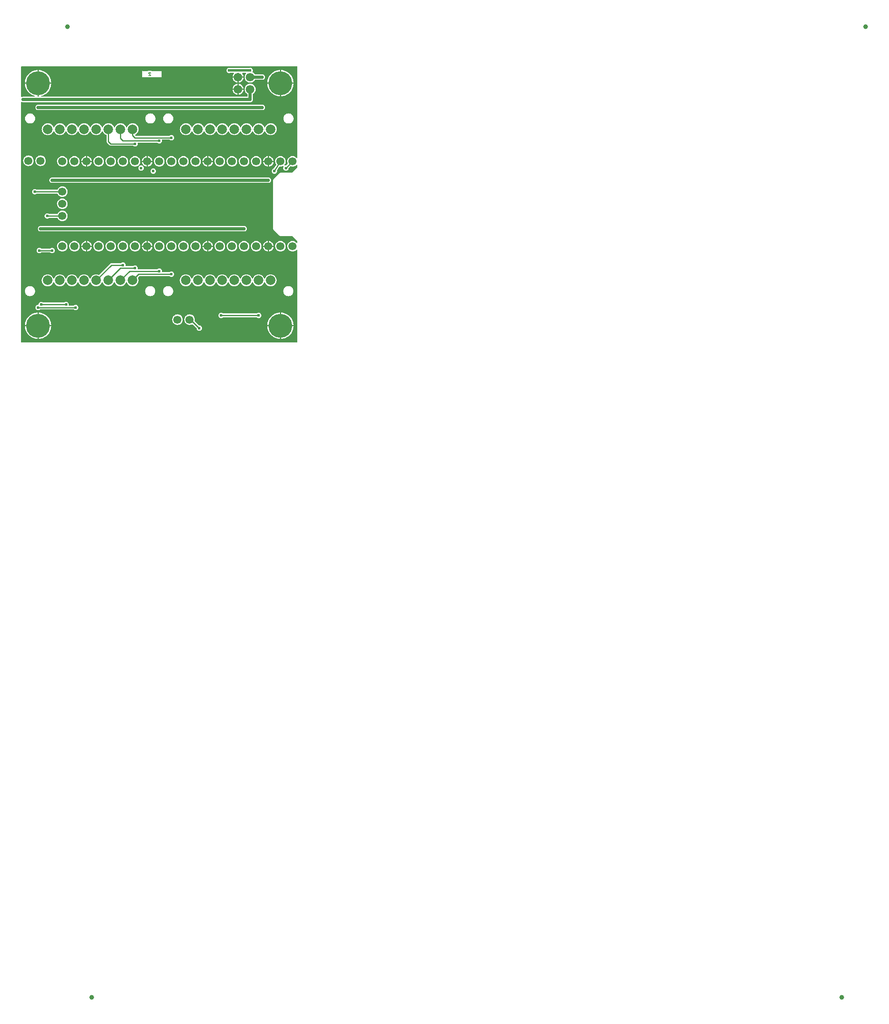
<source format=gbl>
G04 Layer: BottomLayer*
G04 EasyEDA v6.5.29, 2023-07-09 12:27:17*
G04 4395022f8ddd444ca6db71cecef0689e,5a6b42c53f6a479593ecc07194224c93,10*
G04 Gerber Generator version 0.2*
G04 Scale: 100 percent, Rotated: No, Reflected: No *
G04 Dimensions in millimeters *
G04 leading zeros omitted , absolute positions ,4 integer and 5 decimal *
%FSLAX45Y45*%
%MOMM*%

%ADD10C,0.1524*%
%ADD11C,0.2540*%
%ADD12C,0.6350*%
%ADD13C,0.5000*%
%ADD14C,1.0000*%
%ADD15C,5.0000*%
%ADD16C,2.0000*%
%ADD17C,1.7000*%
%ADD18C,1.8000*%
%ADD19C,0.6096*%
%ADD20C,0.0116*%

%LPD*%
G36*
X5805932Y25908D02*
G01*
X36068Y26416D01*
X32156Y27178D01*
X28905Y29413D01*
X26670Y32664D01*
X25908Y36576D01*
X25908Y5056327D01*
X26720Y5060238D01*
X28956Y5063591D01*
X32308Y5065776D01*
X36220Y5066487D01*
X40132Y5065623D01*
X44805Y5063591D01*
X54000Y5061254D01*
X63906Y5060442D01*
X4825796Y5060442D01*
X4830775Y5060645D01*
X4835499Y5061254D01*
X4840173Y5062220D01*
X4844694Y5063591D01*
X4849164Y5065318D01*
X4853432Y5067401D01*
X4857546Y5069840D01*
X4861407Y5072583D01*
X4865065Y5075682D01*
X4868418Y5079034D01*
X4871516Y5082692D01*
X4874260Y5086553D01*
X4876698Y5090668D01*
X4878781Y5094935D01*
X4880508Y5099405D01*
X4881880Y5103926D01*
X4882845Y5108600D01*
X4883454Y5113324D01*
X4883658Y5118303D01*
X4883658Y5227726D01*
X4884166Y5230876D01*
X4885588Y5233720D01*
X4887823Y5235956D01*
X4899863Y5244693D01*
X4910480Y5254650D01*
X4919776Y5265877D01*
X4927549Y5278170D01*
X4933746Y5291328D01*
X4938268Y5305196D01*
X4940960Y5319471D01*
X4941874Y5334000D01*
X4940960Y5348528D01*
X4938268Y5362803D01*
X4933746Y5376672D01*
X4927549Y5389829D01*
X4919776Y5402122D01*
X4910480Y5413349D01*
X4899863Y5423306D01*
X4888077Y5431840D01*
X4875326Y5438851D01*
X4861814Y5444236D01*
X4847691Y5447842D01*
X4833264Y5449671D01*
X4818735Y5449671D01*
X4804308Y5447842D01*
X4790186Y5444236D01*
X4776673Y5438851D01*
X4763922Y5431840D01*
X4752136Y5423306D01*
X4741519Y5413349D01*
X4732223Y5402122D01*
X4724450Y5389829D01*
X4718253Y5376672D01*
X4713732Y5362803D01*
X4711039Y5348528D01*
X4710125Y5334000D01*
X4711039Y5319471D01*
X4713732Y5305196D01*
X4718253Y5291328D01*
X4724450Y5278170D01*
X4732223Y5265877D01*
X4741519Y5254650D01*
X4752136Y5244693D01*
X4764176Y5235956D01*
X4766411Y5233720D01*
X4767834Y5230876D01*
X4768342Y5227726D01*
X4768342Y5185918D01*
X4767580Y5182006D01*
X4765344Y5178755D01*
X4762093Y5176520D01*
X4758182Y5175758D01*
X458571Y5175758D01*
X454558Y5176621D01*
X451154Y5179009D01*
X449021Y5182514D01*
X448462Y5186629D01*
X449580Y5190591D01*
X452170Y5193792D01*
X455879Y5195722D01*
X466242Y5198618D01*
X487934Y5206644D01*
X508812Y5216499D01*
X528828Y5228031D01*
X547827Y5241239D01*
X565607Y5255971D01*
X582117Y5272125D01*
X597204Y5289600D01*
X610819Y5308295D01*
X622757Y5328107D01*
X633018Y5348782D01*
X641553Y5370271D01*
X648208Y5392369D01*
X653034Y5414975D01*
X655929Y5437936D01*
X656336Y5448300D01*
X393700Y5448300D01*
X393700Y5185918D01*
X392938Y5182006D01*
X390702Y5178755D01*
X387400Y5176520D01*
X383540Y5175758D01*
X378460Y5175758D01*
X374548Y5176520D01*
X371246Y5178755D01*
X369062Y5182006D01*
X368300Y5185918D01*
X368300Y5448300D01*
X105410Y5448300D01*
X107289Y5426405D01*
X111150Y5403646D01*
X116890Y5381244D01*
X124460Y5359450D01*
X133858Y5338318D01*
X144983Y5318099D01*
X157784Y5298846D01*
X172161Y5280710D01*
X187960Y5263896D01*
X205130Y5248402D01*
X223520Y5234432D01*
X243027Y5222087D01*
X263499Y5211368D01*
X284835Y5202428D01*
X305816Y5195570D01*
X309372Y5193588D01*
X311861Y5190337D01*
X312826Y5186375D01*
X312216Y5182362D01*
X310032Y5178907D01*
X306679Y5176570D01*
X302666Y5175758D01*
X63906Y5175758D01*
X54000Y5174945D01*
X44805Y5172608D01*
X40132Y5170576D01*
X36220Y5169712D01*
X32308Y5170424D01*
X28956Y5172608D01*
X26720Y5175961D01*
X25908Y5179872D01*
X25908Y5805932D01*
X26670Y5809843D01*
X28905Y5813094D01*
X32156Y5815330D01*
X36068Y5816092D01*
X2555240Y5816092D01*
X2559151Y5815330D01*
X2562402Y5813094D01*
X2564638Y5809843D01*
X2565400Y5805932D01*
X2566162Y5809843D01*
X2568397Y5813094D01*
X2571648Y5815330D01*
X2575560Y5816092D01*
X5805932Y5816092D01*
X5809843Y5815330D01*
X5813094Y5813094D01*
X5815330Y5809843D01*
X5816092Y5805932D01*
X5816092Y3902303D01*
X5815279Y3898341D01*
X5812993Y3894988D01*
X5809589Y3892804D01*
X5805627Y3892143D01*
X5801664Y3893058D01*
X5798413Y3895445D01*
X5792165Y3902354D01*
X5781344Y3911549D01*
X5769406Y3919321D01*
X5756605Y3925468D01*
X5743143Y3929938D01*
X5729173Y3932682D01*
X5715000Y3933596D01*
X5700826Y3932682D01*
X5686856Y3929938D01*
X5673394Y3925468D01*
X5660593Y3919321D01*
X5648655Y3911549D01*
X5637834Y3902354D01*
X5628284Y3891838D01*
X5620156Y3880205D01*
X5613603Y3867607D01*
X5608675Y3854246D01*
X5605526Y3840378D01*
X5604154Y3826256D01*
X5604611Y3812032D01*
X5606897Y3798011D01*
X5612434Y3779062D01*
X5611672Y3775100D01*
X5609437Y3771747D01*
X5579821Y3742131D01*
X5576925Y3740099D01*
X5573522Y3739184D01*
X5565495Y3738473D01*
X5557012Y3736238D01*
X5552795Y3735984D01*
X5548884Y3737508D01*
X5545886Y3740454D01*
X5544362Y3744366D01*
X5544566Y3748582D01*
X5546445Y3752342D01*
X5551932Y3759250D01*
X5559298Y3771392D01*
X5565089Y3784396D01*
X5569102Y3798011D01*
X5571388Y3812032D01*
X5571845Y3826256D01*
X5570474Y3840378D01*
X5567324Y3854246D01*
X5562396Y3867607D01*
X5555843Y3880205D01*
X5547715Y3891838D01*
X5538165Y3902354D01*
X5527344Y3911549D01*
X5515406Y3919321D01*
X5502605Y3925468D01*
X5489143Y3929938D01*
X5475173Y3932682D01*
X5461000Y3933596D01*
X5446826Y3932682D01*
X5432856Y3929938D01*
X5419394Y3925468D01*
X5406593Y3919321D01*
X5394655Y3911549D01*
X5383834Y3902354D01*
X5374284Y3891838D01*
X5366156Y3880205D01*
X5359603Y3867607D01*
X5354675Y3854246D01*
X5351526Y3840378D01*
X5350154Y3826256D01*
X5350611Y3812032D01*
X5352897Y3798011D01*
X5356961Y3784396D01*
X5362702Y3771392D01*
X5369661Y3759911D01*
X5370982Y3756456D01*
X5370931Y3752748D01*
X5369560Y3749294D01*
X5325059Y3678021D01*
X5322468Y3675278D01*
X5319064Y3673601D01*
X5314746Y3672433D01*
X5305806Y3668318D01*
X5297779Y3662679D01*
X5290820Y3655720D01*
X5285181Y3647694D01*
X5281066Y3638753D01*
X5278526Y3629304D01*
X5277662Y3619500D01*
X5278526Y3609695D01*
X5281066Y3600246D01*
X5285181Y3591306D01*
X5290820Y3583279D01*
X5297779Y3576320D01*
X5305806Y3570681D01*
X5314746Y3566566D01*
X5324195Y3564026D01*
X5334000Y3563162D01*
X5343804Y3564026D01*
X5353253Y3566566D01*
X5362194Y3570681D01*
X5370220Y3576320D01*
X5377180Y3583279D01*
X5382818Y3591306D01*
X5386933Y3600246D01*
X5389473Y3609695D01*
X5390337Y3619500D01*
X5389270Y3633470D01*
X5390692Y3637330D01*
X5435142Y3708501D01*
X5437784Y3711295D01*
X5441238Y3712921D01*
X5445048Y3713175D01*
X5453888Y3712057D01*
X5468112Y3712057D01*
X5482183Y3713835D01*
X5495950Y3717442D01*
X5509107Y3722776D01*
X5512460Y3724706D01*
X5516524Y3725976D01*
X5520740Y3725468D01*
X5524347Y3723284D01*
X5526786Y3719829D01*
X5527598Y3715664D01*
X5526684Y3711549D01*
X5522366Y3702253D01*
X5519826Y3692804D01*
X5518962Y3683000D01*
X5519826Y3673195D01*
X5522366Y3663746D01*
X5526481Y3654806D01*
X5532120Y3646779D01*
X5539079Y3639820D01*
X5547106Y3634181D01*
X5556046Y3630066D01*
X5565495Y3627526D01*
X5575300Y3626662D01*
X5585104Y3627526D01*
X5594553Y3630066D01*
X5603494Y3634181D01*
X5611520Y3639820D01*
X5618480Y3646779D01*
X5624118Y3654806D01*
X5628233Y3663746D01*
X5630773Y3673195D01*
X5631484Y3681222D01*
X5632399Y3684625D01*
X5634431Y3687521D01*
X5664149Y3717239D01*
X5667400Y3719423D01*
X5671261Y3720185D01*
X5675122Y3719474D01*
X5680049Y3717442D01*
X5693816Y3713835D01*
X5707888Y3712057D01*
X5722112Y3712057D01*
X5736183Y3713835D01*
X5749950Y3717442D01*
X5763107Y3722776D01*
X5775502Y3729786D01*
X5786882Y3738270D01*
X5801207Y3751935D01*
X5805170Y3753053D01*
X5809284Y3752545D01*
X5812840Y3750411D01*
X5815228Y3747008D01*
X5816092Y3742944D01*
X5816092Y3697935D01*
X5815330Y3694074D01*
X5813094Y3690772D01*
X5707227Y3584905D01*
X5703925Y3582670D01*
X5700064Y3581908D01*
X5461406Y3581908D01*
X5457596Y3581603D01*
X5450535Y3579571D01*
X5445658Y3576828D01*
X5442407Y3574034D01*
X5315966Y3447592D01*
X5313476Y3444697D01*
X5309920Y3438245D01*
X5308396Y3432860D01*
X5308092Y3428593D01*
X5308092Y2413406D01*
X5308396Y2409596D01*
X5310428Y2402535D01*
X5313172Y2397658D01*
X5315966Y2394407D01*
X5442407Y2267966D01*
X5445302Y2265476D01*
X5451754Y2261920D01*
X5457139Y2260396D01*
X5461406Y2260092D01*
X5700064Y2260092D01*
X5703925Y2259330D01*
X5707227Y2257094D01*
X5813094Y2151227D01*
X5815330Y2147925D01*
X5816092Y2144064D01*
X5816092Y2124303D01*
X5815279Y2120341D01*
X5812993Y2116988D01*
X5809589Y2114804D01*
X5805627Y2114143D01*
X5801664Y2115058D01*
X5798413Y2117445D01*
X5792165Y2124354D01*
X5781344Y2133549D01*
X5769406Y2141321D01*
X5756605Y2147468D01*
X5743143Y2151938D01*
X5729173Y2154682D01*
X5715000Y2155596D01*
X5700826Y2154682D01*
X5686856Y2151938D01*
X5673394Y2147468D01*
X5660593Y2141321D01*
X5648655Y2133549D01*
X5637834Y2124354D01*
X5628284Y2113838D01*
X5620156Y2102205D01*
X5613603Y2089607D01*
X5608675Y2076246D01*
X5605526Y2062378D01*
X5604154Y2048256D01*
X5604611Y2034032D01*
X5606897Y2020011D01*
X5610961Y2006396D01*
X5616702Y1993392D01*
X5624068Y1981250D01*
X5632907Y1970125D01*
X5643118Y1960270D01*
X5654497Y1951786D01*
X5666892Y1944776D01*
X5680049Y1939442D01*
X5693816Y1935835D01*
X5707888Y1934057D01*
X5722112Y1934057D01*
X5736183Y1935835D01*
X5749950Y1939442D01*
X5763107Y1944776D01*
X5775502Y1951786D01*
X5786882Y1960270D01*
X5801207Y1973935D01*
X5805170Y1975053D01*
X5809284Y1974545D01*
X5812840Y1972411D01*
X5815228Y1969007D01*
X5816092Y1964943D01*
X5816092Y36068D01*
X5815330Y32207D01*
X5813094Y28905D01*
X5809843Y26670D01*
G37*

%LPC*%
G36*
X2794000Y3563162D02*
G01*
X2803804Y3564026D01*
X2813253Y3566566D01*
X2822194Y3570681D01*
X2830220Y3576320D01*
X2837180Y3583279D01*
X2842818Y3591306D01*
X2846933Y3600246D01*
X2849473Y3609695D01*
X2850337Y3619500D01*
X2849473Y3629304D01*
X2846933Y3638753D01*
X2842818Y3647694D01*
X2837180Y3655720D01*
X2830220Y3662679D01*
X2822194Y3668318D01*
X2813253Y3672433D01*
X2803804Y3674973D01*
X2794000Y3675837D01*
X2784195Y3674973D01*
X2774746Y3672433D01*
X2765806Y3668318D01*
X2757779Y3662679D01*
X2750820Y3655720D01*
X2745181Y3647694D01*
X2741066Y3638753D01*
X2738526Y3629304D01*
X2737662Y3619500D01*
X2738526Y3609695D01*
X2741066Y3600246D01*
X2745181Y3591306D01*
X2750820Y3583279D01*
X2757779Y3576320D01*
X2765806Y3570681D01*
X2774746Y3566566D01*
X2784195Y3564026D01*
G37*
G36*
X393700Y105562D02*
G01*
X398322Y105664D01*
X421284Y108051D01*
X443992Y112369D01*
X466242Y118618D01*
X487934Y126644D01*
X508812Y136499D01*
X528828Y148031D01*
X547827Y161239D01*
X565607Y175971D01*
X582117Y192125D01*
X597204Y209600D01*
X610819Y228295D01*
X622757Y248107D01*
X633018Y268782D01*
X641553Y290271D01*
X648208Y312369D01*
X653034Y334975D01*
X655929Y357936D01*
X656336Y368300D01*
X393700Y368300D01*
G37*
G36*
X5448300Y105613D02*
G01*
X5448300Y368300D01*
X5185410Y368300D01*
X5187289Y346405D01*
X5191150Y323646D01*
X5196890Y301244D01*
X5204460Y279450D01*
X5213858Y258317D01*
X5224983Y238099D01*
X5237784Y218846D01*
X5252161Y200710D01*
X5267960Y183896D01*
X5285130Y168402D01*
X5303520Y154432D01*
X5323027Y142087D01*
X5343499Y131368D01*
X5364835Y122428D01*
X5386781Y115265D01*
X5409285Y109982D01*
X5432145Y106629D01*
G37*
G36*
X368300Y105613D02*
G01*
X368300Y368300D01*
X105410Y368300D01*
X107289Y346405D01*
X111150Y323646D01*
X116890Y301244D01*
X124460Y279450D01*
X133858Y258317D01*
X144983Y238099D01*
X157784Y218846D01*
X172161Y200710D01*
X187960Y183896D01*
X205130Y168402D01*
X223520Y154432D01*
X243027Y142087D01*
X263499Y131368D01*
X284835Y122428D01*
X306781Y115265D01*
X329285Y109982D01*
X352145Y106629D01*
G37*
G36*
X3759200Y273862D02*
G01*
X3769004Y274726D01*
X3778453Y277266D01*
X3787394Y281381D01*
X3795420Y287020D01*
X3802379Y293979D01*
X3808018Y302006D01*
X3812133Y310946D01*
X3814673Y320395D01*
X3815537Y330200D01*
X3814673Y340004D01*
X3812133Y349453D01*
X3808018Y358394D01*
X3802379Y366420D01*
X3795420Y373380D01*
X3787394Y379018D01*
X3778453Y383133D01*
X3769004Y385673D01*
X3760978Y386384D01*
X3757574Y387299D01*
X3754678Y389331D01*
X3667201Y476758D01*
X3665321Y479450D01*
X3664356Y482600D01*
X3664458Y485901D01*
X3665982Y493826D01*
X3666896Y508000D01*
X3665982Y522173D01*
X3663238Y536143D01*
X3658768Y549605D01*
X3652621Y562406D01*
X3644849Y574344D01*
X3635654Y585165D01*
X3625138Y594715D01*
X3613505Y602843D01*
X3600907Y609396D01*
X3587546Y614324D01*
X3573678Y617474D01*
X3559556Y618845D01*
X3545332Y618388D01*
X3531311Y616102D01*
X3517696Y612038D01*
X3504692Y606298D01*
X3492550Y598932D01*
X3481425Y590092D01*
X3471570Y579882D01*
X3463086Y568502D01*
X3456076Y556107D01*
X3450742Y542950D01*
X3447135Y529183D01*
X3445357Y515112D01*
X3445357Y500888D01*
X3447135Y486816D01*
X3450742Y473049D01*
X3456076Y459892D01*
X3463086Y447497D01*
X3471570Y436118D01*
X3481425Y425907D01*
X3492550Y417068D01*
X3504692Y409701D01*
X3517696Y403910D01*
X3531311Y399897D01*
X3545332Y397611D01*
X3559556Y397154D01*
X3573678Y398526D01*
X3587546Y401675D01*
X3600907Y406603D01*
X3612235Y412496D01*
X3616299Y413664D01*
X3620515Y413004D01*
X3624122Y410718D01*
X3700068Y334721D01*
X3702100Y331825D01*
X3703015Y328422D01*
X3703726Y320395D01*
X3706266Y310946D01*
X3710381Y302006D01*
X3716020Y293979D01*
X3722979Y287020D01*
X3731006Y281381D01*
X3739946Y277266D01*
X3749395Y274726D01*
G37*
G36*
X393700Y393700D02*
G01*
X656336Y393700D01*
X655929Y404063D01*
X653034Y427024D01*
X648208Y449630D01*
X641553Y471728D01*
X633018Y493217D01*
X622757Y513892D01*
X610819Y533704D01*
X597204Y552348D01*
X582117Y569874D01*
X565607Y586028D01*
X547827Y600760D01*
X528828Y613968D01*
X508812Y625500D01*
X487934Y635355D01*
X466242Y643382D01*
X443992Y649630D01*
X421284Y653948D01*
X398322Y656336D01*
X393700Y656437D01*
G37*
G36*
X5473700Y393700D02*
G01*
X5736336Y393700D01*
X5735929Y404063D01*
X5733034Y427024D01*
X5728208Y449630D01*
X5721553Y471728D01*
X5713018Y493217D01*
X5702757Y513892D01*
X5690819Y533704D01*
X5677204Y552348D01*
X5662117Y569874D01*
X5645607Y586028D01*
X5627827Y600760D01*
X5608828Y613968D01*
X5588812Y625500D01*
X5567934Y635355D01*
X5546242Y643382D01*
X5523992Y649630D01*
X5501284Y653948D01*
X5478322Y656336D01*
X5473700Y656437D01*
G37*
G36*
X5185410Y393700D02*
G01*
X5448300Y393700D01*
X5448300Y656386D01*
X5432145Y655370D01*
X5409285Y652018D01*
X5386781Y646734D01*
X5364835Y639572D01*
X5343499Y630631D01*
X5323027Y619912D01*
X5303520Y607568D01*
X5285130Y593598D01*
X5267960Y578104D01*
X5252161Y561289D01*
X5237784Y543153D01*
X5224983Y523900D01*
X5213858Y503682D01*
X5204460Y482549D01*
X5196890Y460756D01*
X5191150Y438353D01*
X5187289Y415594D01*
G37*
G36*
X105410Y393700D02*
G01*
X368300Y393700D01*
X368300Y656386D01*
X352145Y655370D01*
X329285Y652018D01*
X306781Y646734D01*
X284835Y639572D01*
X263499Y630631D01*
X243027Y619912D01*
X223520Y607568D01*
X205130Y593598D01*
X187960Y578104D01*
X172161Y561289D01*
X157784Y543153D01*
X144983Y523900D01*
X133858Y503682D01*
X124460Y482549D01*
X116890Y460756D01*
X111150Y438353D01*
X107289Y415594D01*
G37*
G36*
X3305556Y397154D02*
G01*
X3319678Y398526D01*
X3333546Y401675D01*
X3346907Y406603D01*
X3359505Y413156D01*
X3371138Y421284D01*
X3381654Y430834D01*
X3390849Y441655D01*
X3398621Y453593D01*
X3404768Y466394D01*
X3409238Y479856D01*
X3411982Y493826D01*
X3412896Y508000D01*
X3411982Y522173D01*
X3409238Y536143D01*
X3404768Y549605D01*
X3398621Y562406D01*
X3390849Y574344D01*
X3381654Y585165D01*
X3371138Y594715D01*
X3359505Y602843D01*
X3346907Y609396D01*
X3333546Y614324D01*
X3319678Y617474D01*
X3305556Y618845D01*
X3291332Y618388D01*
X3277311Y616102D01*
X3263696Y612038D01*
X3250692Y606298D01*
X3238550Y598932D01*
X3227425Y590092D01*
X3217570Y579882D01*
X3209086Y568502D01*
X3202076Y556107D01*
X3196742Y542950D01*
X3193135Y529183D01*
X3191357Y515112D01*
X3191357Y500888D01*
X3193135Y486816D01*
X3196742Y473049D01*
X3202076Y459892D01*
X3209086Y447497D01*
X3217570Y436118D01*
X3227425Y425907D01*
X3238550Y417068D01*
X3250692Y409701D01*
X3263696Y403910D01*
X3277311Y399897D01*
X3291332Y397611D01*
G37*
G36*
X2691688Y5583682D02*
G01*
X2750261Y5583682D01*
X2756560Y5584393D01*
X2764840Y5587593D01*
X2767634Y5588000D01*
X2970784Y5588000D01*
X2971800Y5589016D01*
X2971800Y5713984D01*
X2970784Y5715000D01*
X2763520Y5715000D01*
X2760167Y5715558D01*
X2756560Y5716828D01*
X2750261Y5717540D01*
X2691688Y5717540D01*
X2685389Y5716828D01*
X2681782Y5715558D01*
X2678430Y5715000D01*
X2575560Y5715000D01*
X2571648Y5715762D01*
X2568397Y5717997D01*
X2566162Y5721248D01*
X2565400Y5725160D01*
X2565400Y5589016D01*
X2566416Y5588000D01*
X2674315Y5588000D01*
X2677109Y5587593D01*
X2679903Y5586323D01*
X2685389Y5584393D01*
G37*
G36*
X4216400Y540562D02*
G01*
X4226204Y541426D01*
X4235653Y543966D01*
X4244594Y548081D01*
X4252620Y553720D01*
X4254195Y555294D01*
X4257497Y557530D01*
X4261408Y558292D01*
X4958791Y558292D01*
X4962702Y557530D01*
X4966004Y555294D01*
X4967579Y553720D01*
X4975606Y548081D01*
X4984546Y543966D01*
X4993995Y541426D01*
X5003800Y540562D01*
X5013604Y541426D01*
X5023053Y543966D01*
X5031994Y548081D01*
X5040020Y553720D01*
X5046980Y560679D01*
X5052618Y568706D01*
X5056733Y577646D01*
X5059273Y587095D01*
X5060137Y596900D01*
X5059273Y606704D01*
X5056733Y616153D01*
X5052618Y625094D01*
X5046980Y633120D01*
X5040020Y640080D01*
X5031994Y645718D01*
X5023053Y649833D01*
X5013604Y652373D01*
X5003800Y653237D01*
X4993995Y652373D01*
X4984546Y649833D01*
X4975606Y645718D01*
X4967579Y640080D01*
X4966004Y638505D01*
X4962702Y636270D01*
X4958791Y635508D01*
X4261408Y635508D01*
X4257497Y636270D01*
X4254195Y638505D01*
X4252620Y640080D01*
X4244594Y645718D01*
X4235653Y649833D01*
X4226204Y652373D01*
X4216400Y653237D01*
X4206595Y652373D01*
X4197146Y649833D01*
X4188206Y645718D01*
X4180179Y640080D01*
X4173220Y633120D01*
X4167581Y625094D01*
X4163466Y616153D01*
X4160926Y606704D01*
X4160062Y596900D01*
X4160926Y587095D01*
X4163466Y577646D01*
X4167581Y568706D01*
X4173220Y560679D01*
X4180179Y553720D01*
X4188206Y548081D01*
X4197146Y543966D01*
X4206595Y541426D01*
G37*
G36*
X105410Y5473700D02*
G01*
X368300Y5473700D01*
X368300Y5736386D01*
X352145Y5735370D01*
X329285Y5732018D01*
X306781Y5726734D01*
X284835Y5719572D01*
X263499Y5710631D01*
X243027Y5699912D01*
X223520Y5687568D01*
X205130Y5673598D01*
X187960Y5658104D01*
X172161Y5641289D01*
X157784Y5623153D01*
X144983Y5603900D01*
X133858Y5583682D01*
X124460Y5562549D01*
X116890Y5540756D01*
X111150Y5518353D01*
X107289Y5495594D01*
G37*
G36*
X5185410Y5473700D02*
G01*
X5448300Y5473700D01*
X5448300Y5736386D01*
X5432145Y5735370D01*
X5409285Y5732018D01*
X5386781Y5726734D01*
X5364835Y5719572D01*
X5343499Y5710631D01*
X5323027Y5699912D01*
X5303520Y5687568D01*
X5285130Y5673598D01*
X5267960Y5658104D01*
X5252161Y5641289D01*
X5237784Y5623153D01*
X5224983Y5603900D01*
X5213858Y5583682D01*
X5204460Y5562549D01*
X5196890Y5540756D01*
X5191150Y5518353D01*
X5187289Y5495594D01*
G37*
G36*
X381000Y705662D02*
G01*
X390804Y706526D01*
X400253Y709066D01*
X409194Y713181D01*
X417220Y718820D01*
X418795Y720394D01*
X422097Y722630D01*
X426008Y723392D01*
X1121816Y723392D01*
X1125728Y722630D01*
X1129030Y720394D01*
X1130604Y718820D01*
X1138631Y713181D01*
X1147572Y709066D01*
X1157020Y706526D01*
X1166825Y705662D01*
X1176629Y706526D01*
X1186078Y709066D01*
X1195019Y713181D01*
X1203045Y718820D01*
X1210005Y725779D01*
X1215644Y733806D01*
X1219758Y742746D01*
X1222298Y752195D01*
X1223162Y762000D01*
X1222298Y771804D01*
X1219758Y781253D01*
X1215644Y790194D01*
X1210005Y798220D01*
X1203045Y805180D01*
X1195019Y810818D01*
X1186078Y814933D01*
X1176629Y817473D01*
X1166825Y818337D01*
X1157020Y817473D01*
X1147572Y814933D01*
X1138631Y810818D01*
X1130604Y805180D01*
X1129030Y803605D01*
X1125728Y801370D01*
X1121816Y800608D01*
X1031494Y800608D01*
X1027887Y801268D01*
X1024737Y803198D01*
X1022451Y806145D01*
X1021384Y809701D01*
X1021689Y813409D01*
X1022299Y815695D01*
X1023162Y825500D01*
X1022299Y835304D01*
X1019759Y844753D01*
X1015644Y853694D01*
X1010005Y861720D01*
X1003046Y868680D01*
X995019Y874318D01*
X986078Y878433D01*
X976630Y880973D01*
X966825Y881837D01*
X957021Y880973D01*
X947572Y878433D01*
X938631Y874318D01*
X930605Y868680D01*
X929030Y867105D01*
X925728Y864869D01*
X921816Y864108D01*
X489508Y864108D01*
X485597Y864869D01*
X482295Y867105D01*
X480720Y868680D01*
X472693Y874318D01*
X463753Y878433D01*
X454304Y880973D01*
X444500Y881837D01*
X434695Y880973D01*
X425246Y878433D01*
X416306Y874318D01*
X408279Y868680D01*
X401320Y861720D01*
X395681Y853694D01*
X391566Y844753D01*
X389026Y835304D01*
X388315Y827430D01*
X387400Y824026D01*
X385368Y821131D01*
X382473Y819099D01*
X379069Y818184D01*
X371195Y817473D01*
X361746Y814933D01*
X352806Y810818D01*
X344779Y805180D01*
X337820Y798220D01*
X332181Y790194D01*
X328066Y781253D01*
X325526Y771804D01*
X324662Y762000D01*
X325526Y752195D01*
X328066Y742746D01*
X332181Y733806D01*
X337820Y725779D01*
X344779Y718820D01*
X352806Y713181D01*
X361746Y709066D01*
X371195Y706526D01*
G37*
G36*
X393700Y5473700D02*
G01*
X656336Y5473700D01*
X655929Y5484063D01*
X653034Y5507024D01*
X648208Y5529630D01*
X641553Y5551728D01*
X633018Y5573217D01*
X622757Y5593892D01*
X610819Y5613704D01*
X597204Y5632348D01*
X582117Y5649874D01*
X565607Y5666028D01*
X547827Y5680760D01*
X528828Y5693968D01*
X508812Y5705500D01*
X487934Y5715355D01*
X466242Y5723382D01*
X443992Y5729630D01*
X421284Y5733948D01*
X398322Y5736336D01*
X393700Y5736437D01*
G37*
G36*
X5473700Y5473700D02*
G01*
X5736336Y5473700D01*
X5735929Y5484063D01*
X5733034Y5507024D01*
X5728208Y5529630D01*
X5721553Y5551728D01*
X5713018Y5573217D01*
X5702757Y5593892D01*
X5690819Y5613704D01*
X5677204Y5632348D01*
X5662117Y5649874D01*
X5645607Y5666028D01*
X5627827Y5680760D01*
X5608828Y5693968D01*
X5588812Y5705500D01*
X5567934Y5715355D01*
X5546242Y5723382D01*
X5523992Y5729630D01*
X5501284Y5733948D01*
X5478322Y5736336D01*
X5473700Y5736437D01*
G37*
G36*
X4584700Y5473039D02*
G01*
X4593691Y5474157D01*
X4607814Y5477764D01*
X4621326Y5483148D01*
X4634077Y5490159D01*
X4645863Y5498693D01*
X4656480Y5508650D01*
X4665776Y5519877D01*
X4673549Y5532170D01*
X4679746Y5545328D01*
X4684268Y5559196D01*
X4686960Y5573471D01*
X4687112Y5575300D01*
X4584700Y5575300D01*
G37*
G36*
X209804Y999032D02*
G01*
X223621Y999896D01*
X237185Y1002639D01*
X250342Y1007059D01*
X262737Y1013206D01*
X274269Y1020876D01*
X284683Y1030020D01*
X293827Y1040434D01*
X301498Y1051966D01*
X307644Y1064361D01*
X312064Y1077518D01*
X314807Y1091082D01*
X315671Y1104900D01*
X314807Y1118717D01*
X312064Y1132281D01*
X307644Y1145438D01*
X301498Y1157833D01*
X293827Y1169365D01*
X284683Y1179779D01*
X274269Y1188923D01*
X262737Y1196594D01*
X250342Y1202740D01*
X237185Y1207160D01*
X223621Y1209903D01*
X209804Y1210767D01*
X195986Y1209903D01*
X182422Y1207160D01*
X169265Y1202740D01*
X156870Y1196594D01*
X145338Y1188923D01*
X134924Y1179779D01*
X125780Y1169365D01*
X118110Y1157833D01*
X111963Y1145438D01*
X107543Y1132281D01*
X104800Y1118717D01*
X103936Y1104900D01*
X104800Y1091082D01*
X107543Y1077518D01*
X111963Y1064361D01*
X118110Y1051966D01*
X125780Y1040434D01*
X134924Y1030020D01*
X145338Y1020876D01*
X156870Y1013206D01*
X169265Y1007059D01*
X182422Y1002639D01*
X195986Y999896D01*
G37*
G36*
X2731008Y999032D02*
G01*
X2744825Y999896D01*
X2758389Y1002639D01*
X2771546Y1007059D01*
X2783941Y1013206D01*
X2795473Y1020876D01*
X2805887Y1030020D01*
X2815031Y1040434D01*
X2822702Y1051966D01*
X2828848Y1064361D01*
X2833268Y1077518D01*
X2836011Y1091082D01*
X2836875Y1104900D01*
X2836011Y1118717D01*
X2833268Y1132281D01*
X2828848Y1145438D01*
X2822702Y1157833D01*
X2815031Y1169365D01*
X2805887Y1179779D01*
X2795473Y1188923D01*
X2783941Y1196594D01*
X2771546Y1202740D01*
X2758389Y1207160D01*
X2744825Y1209903D01*
X2731008Y1210767D01*
X2717190Y1209903D01*
X2703626Y1207160D01*
X2690469Y1202740D01*
X2678074Y1196594D01*
X2666542Y1188923D01*
X2656128Y1179779D01*
X2646984Y1169365D01*
X2639314Y1157833D01*
X2633167Y1145438D01*
X2628747Y1132281D01*
X2626004Y1118717D01*
X2625140Y1104900D01*
X2626004Y1091082D01*
X2628747Y1077518D01*
X2633167Y1064361D01*
X2639314Y1051966D01*
X2646984Y1040434D01*
X2656128Y1030020D01*
X2666542Y1020876D01*
X2678074Y1013206D01*
X2690469Y1007059D01*
X2703626Y1002639D01*
X2717190Y999896D01*
G37*
G36*
X3105404Y999032D02*
G01*
X3119221Y999896D01*
X3132785Y1002639D01*
X3145942Y1007059D01*
X3158337Y1013206D01*
X3169869Y1020876D01*
X3180283Y1030020D01*
X3189427Y1040434D01*
X3197098Y1051966D01*
X3203244Y1064361D01*
X3207664Y1077518D01*
X3210407Y1091082D01*
X3211271Y1104900D01*
X3210407Y1118717D01*
X3207664Y1132281D01*
X3203244Y1145438D01*
X3197098Y1157833D01*
X3189427Y1169365D01*
X3180283Y1179779D01*
X3169869Y1188923D01*
X3158337Y1196594D01*
X3145942Y1202740D01*
X3132785Y1207160D01*
X3119221Y1209903D01*
X3105404Y1210767D01*
X3091586Y1209903D01*
X3078022Y1207160D01*
X3064865Y1202740D01*
X3052470Y1196594D01*
X3040938Y1188923D01*
X3030524Y1179779D01*
X3021380Y1169365D01*
X3013710Y1157833D01*
X3007563Y1145438D01*
X3003143Y1132281D01*
X3000400Y1118717D01*
X2999536Y1104900D01*
X3000400Y1091082D01*
X3003143Y1077518D01*
X3007563Y1064361D01*
X3013710Y1051966D01*
X3021380Y1040434D01*
X3030524Y1030020D01*
X3040938Y1020876D01*
X3052470Y1013206D01*
X3064865Y1007059D01*
X3078022Y1002639D01*
X3091586Y999896D01*
G37*
G36*
X5626608Y999032D02*
G01*
X5640425Y999896D01*
X5653989Y1002639D01*
X5667095Y1007059D01*
X5679541Y1013206D01*
X5691022Y1020876D01*
X5701436Y1030020D01*
X5710580Y1040434D01*
X5718302Y1051966D01*
X5724398Y1064361D01*
X5728868Y1077518D01*
X5731560Y1091082D01*
X5732475Y1104900D01*
X5731560Y1118717D01*
X5728868Y1132281D01*
X5724398Y1145438D01*
X5718302Y1157833D01*
X5710580Y1169365D01*
X5701436Y1179779D01*
X5691022Y1188923D01*
X5679541Y1196594D01*
X5667095Y1202740D01*
X5653989Y1207160D01*
X5640425Y1209903D01*
X5626608Y1210767D01*
X5612739Y1209903D01*
X5599176Y1207160D01*
X5586069Y1202740D01*
X5573623Y1196594D01*
X5562142Y1188923D01*
X5551728Y1179779D01*
X5542584Y1169365D01*
X5534863Y1157833D01*
X5528767Y1145438D01*
X5524296Y1132281D01*
X5521604Y1118717D01*
X5520690Y1104900D01*
X5521604Y1091082D01*
X5524296Y1077518D01*
X5528767Y1064361D01*
X5534863Y1051966D01*
X5542584Y1040434D01*
X5551728Y1030020D01*
X5562142Y1020876D01*
X5573623Y1013206D01*
X5586069Y1007059D01*
X5599176Y1002639D01*
X5612739Y999896D01*
G37*
G36*
X3477006Y1204010D02*
G01*
X3492195Y1204925D01*
X3507130Y1207668D01*
X3521659Y1212189D01*
X3535527Y1218438D01*
X3548532Y1226312D01*
X3560470Y1235659D01*
X3571240Y1246428D01*
X3580587Y1258366D01*
X3588461Y1271371D01*
X3594760Y1285290D01*
X3596944Y1288491D01*
X3600196Y1290574D01*
X3604006Y1291285D01*
X3607815Y1290574D01*
X3611067Y1288491D01*
X3613251Y1285290D01*
X3619550Y1271371D01*
X3627424Y1258366D01*
X3636772Y1246428D01*
X3647541Y1235659D01*
X3659479Y1226312D01*
X3672484Y1218438D01*
X3686352Y1212189D01*
X3700881Y1207668D01*
X3715816Y1204925D01*
X3731006Y1204010D01*
X3746195Y1204925D01*
X3761130Y1207668D01*
X3775659Y1212189D01*
X3789527Y1218438D01*
X3802532Y1226312D01*
X3814470Y1235659D01*
X3825240Y1246428D01*
X3834587Y1258366D01*
X3842461Y1271371D01*
X3848760Y1285290D01*
X3850944Y1288491D01*
X3854196Y1290574D01*
X3858006Y1291285D01*
X3861815Y1290574D01*
X3865067Y1288491D01*
X3867251Y1285290D01*
X3873550Y1271371D01*
X3881424Y1258366D01*
X3890772Y1246428D01*
X3901541Y1235659D01*
X3913479Y1226312D01*
X3926484Y1218438D01*
X3940352Y1212189D01*
X3954881Y1207668D01*
X3969816Y1204925D01*
X3985006Y1204010D01*
X4000195Y1204925D01*
X4015130Y1207668D01*
X4029659Y1212189D01*
X4043527Y1218438D01*
X4056532Y1226312D01*
X4068470Y1235659D01*
X4079240Y1246428D01*
X4088587Y1258366D01*
X4096461Y1271371D01*
X4102760Y1285290D01*
X4104944Y1288491D01*
X4108196Y1290574D01*
X4112006Y1291285D01*
X4115815Y1290574D01*
X4119067Y1288491D01*
X4121251Y1285290D01*
X4127550Y1271371D01*
X4135424Y1258366D01*
X4144772Y1246428D01*
X4155541Y1235659D01*
X4167479Y1226312D01*
X4180484Y1218438D01*
X4194352Y1212189D01*
X4208881Y1207668D01*
X4223816Y1204925D01*
X4239006Y1204010D01*
X4254195Y1204925D01*
X4269130Y1207668D01*
X4283659Y1212189D01*
X4297527Y1218438D01*
X4310532Y1226312D01*
X4322470Y1235659D01*
X4333240Y1246428D01*
X4342587Y1258366D01*
X4350461Y1271371D01*
X4356760Y1285290D01*
X4358944Y1288491D01*
X4362196Y1290574D01*
X4366006Y1291285D01*
X4369816Y1290574D01*
X4373067Y1288491D01*
X4375251Y1285290D01*
X4381550Y1271371D01*
X4389424Y1258366D01*
X4398772Y1246428D01*
X4409541Y1235659D01*
X4421479Y1226312D01*
X4434484Y1218438D01*
X4448352Y1212189D01*
X4462881Y1207668D01*
X4477816Y1204925D01*
X4493006Y1204010D01*
X4508195Y1204925D01*
X4523130Y1207668D01*
X4537659Y1212189D01*
X4551527Y1218438D01*
X4564532Y1226312D01*
X4576470Y1235659D01*
X4587240Y1246428D01*
X4596587Y1258366D01*
X4604461Y1271371D01*
X4610760Y1285290D01*
X4612944Y1288491D01*
X4616196Y1290574D01*
X4620006Y1291285D01*
X4623816Y1290574D01*
X4627067Y1288491D01*
X4629251Y1285290D01*
X4635550Y1271371D01*
X4643424Y1258366D01*
X4652772Y1246428D01*
X4663541Y1235659D01*
X4675479Y1226312D01*
X4688484Y1218438D01*
X4702352Y1212189D01*
X4716881Y1207668D01*
X4731816Y1204925D01*
X4747006Y1204010D01*
X4762195Y1204925D01*
X4777130Y1207668D01*
X4791659Y1212189D01*
X4805527Y1218438D01*
X4818532Y1226312D01*
X4830470Y1235659D01*
X4841240Y1246428D01*
X4850587Y1258366D01*
X4858461Y1271371D01*
X4864760Y1285290D01*
X4866944Y1288491D01*
X4870196Y1290574D01*
X4874006Y1291285D01*
X4877816Y1290574D01*
X4881067Y1288491D01*
X4883251Y1285290D01*
X4889550Y1271371D01*
X4897424Y1258366D01*
X4906772Y1246428D01*
X4917541Y1235659D01*
X4929479Y1226312D01*
X4942484Y1218438D01*
X4956352Y1212189D01*
X4970881Y1207668D01*
X4985816Y1204925D01*
X5001006Y1204010D01*
X5016195Y1204925D01*
X5031130Y1207668D01*
X5045659Y1212189D01*
X5059527Y1218438D01*
X5072532Y1226312D01*
X5084470Y1235659D01*
X5095240Y1246428D01*
X5104587Y1258366D01*
X5112461Y1271371D01*
X5118760Y1285290D01*
X5120944Y1288491D01*
X5124196Y1290574D01*
X5128006Y1291285D01*
X5131816Y1290574D01*
X5135067Y1288491D01*
X5137251Y1285290D01*
X5143550Y1271371D01*
X5151424Y1258366D01*
X5160772Y1246428D01*
X5171541Y1235659D01*
X5183479Y1226312D01*
X5196484Y1218438D01*
X5210352Y1212189D01*
X5224881Y1207668D01*
X5239816Y1204925D01*
X5255006Y1204010D01*
X5270195Y1204925D01*
X5285130Y1207668D01*
X5299659Y1212189D01*
X5313527Y1218438D01*
X5326532Y1226312D01*
X5338470Y1235659D01*
X5349240Y1246428D01*
X5358587Y1258366D01*
X5366461Y1271371D01*
X5372709Y1285240D01*
X5377230Y1299768D01*
X5379974Y1314704D01*
X5380888Y1329893D01*
X5379974Y1345082D01*
X5377230Y1360017D01*
X5372709Y1374546D01*
X5366461Y1388414D01*
X5358587Y1401419D01*
X5349240Y1413357D01*
X5338470Y1424127D01*
X5326532Y1433474D01*
X5313527Y1441348D01*
X5299659Y1447596D01*
X5285130Y1452118D01*
X5270195Y1454861D01*
X5255006Y1455775D01*
X5239816Y1454861D01*
X5224881Y1452118D01*
X5210352Y1447596D01*
X5196484Y1441348D01*
X5183479Y1433474D01*
X5171541Y1424127D01*
X5160772Y1413357D01*
X5151424Y1401419D01*
X5143550Y1388414D01*
X5137251Y1374495D01*
X5135067Y1371295D01*
X5131816Y1369212D01*
X5128006Y1368501D01*
X5124196Y1369212D01*
X5120944Y1371295D01*
X5118760Y1374495D01*
X5112461Y1388414D01*
X5104587Y1401419D01*
X5095240Y1413357D01*
X5084470Y1424127D01*
X5072532Y1433474D01*
X5059527Y1441348D01*
X5045659Y1447596D01*
X5031130Y1452118D01*
X5016195Y1454861D01*
X5001006Y1455775D01*
X4985816Y1454861D01*
X4970881Y1452118D01*
X4956352Y1447596D01*
X4942484Y1441348D01*
X4929479Y1433474D01*
X4917541Y1424127D01*
X4906772Y1413357D01*
X4897424Y1401419D01*
X4889550Y1388414D01*
X4883251Y1374495D01*
X4881067Y1371295D01*
X4877816Y1369212D01*
X4874006Y1368501D01*
X4870196Y1369212D01*
X4866944Y1371295D01*
X4864760Y1374495D01*
X4858461Y1388414D01*
X4850587Y1401419D01*
X4841240Y1413357D01*
X4830470Y1424127D01*
X4818532Y1433474D01*
X4805527Y1441348D01*
X4791659Y1447596D01*
X4777130Y1452118D01*
X4762195Y1454861D01*
X4747006Y1455775D01*
X4731816Y1454861D01*
X4716881Y1452118D01*
X4702352Y1447596D01*
X4688484Y1441348D01*
X4675479Y1433474D01*
X4663541Y1424127D01*
X4652772Y1413357D01*
X4643424Y1401419D01*
X4635550Y1388414D01*
X4629251Y1374495D01*
X4627067Y1371295D01*
X4623816Y1369212D01*
X4620006Y1368501D01*
X4616196Y1369212D01*
X4612944Y1371295D01*
X4610760Y1374495D01*
X4604461Y1388414D01*
X4596587Y1401419D01*
X4587240Y1413357D01*
X4576470Y1424127D01*
X4564532Y1433474D01*
X4551527Y1441348D01*
X4537659Y1447596D01*
X4523130Y1452118D01*
X4508195Y1454861D01*
X4493006Y1455775D01*
X4477816Y1454861D01*
X4462881Y1452118D01*
X4448352Y1447596D01*
X4434484Y1441348D01*
X4421479Y1433474D01*
X4409541Y1424127D01*
X4398772Y1413357D01*
X4389424Y1401419D01*
X4381550Y1388414D01*
X4375251Y1374495D01*
X4373067Y1371295D01*
X4369816Y1369212D01*
X4366006Y1368501D01*
X4362196Y1369212D01*
X4358944Y1371295D01*
X4356760Y1374495D01*
X4350461Y1388414D01*
X4342587Y1401419D01*
X4333240Y1413357D01*
X4322470Y1424127D01*
X4310532Y1433474D01*
X4297527Y1441348D01*
X4283659Y1447596D01*
X4269130Y1452118D01*
X4254195Y1454861D01*
X4239006Y1455775D01*
X4223816Y1454861D01*
X4208881Y1452118D01*
X4194352Y1447596D01*
X4180484Y1441348D01*
X4167479Y1433474D01*
X4155541Y1424127D01*
X4144772Y1413357D01*
X4135424Y1401419D01*
X4127550Y1388414D01*
X4121251Y1374495D01*
X4119067Y1371295D01*
X4115815Y1369212D01*
X4112006Y1368501D01*
X4108196Y1369212D01*
X4104944Y1371295D01*
X4102760Y1374495D01*
X4096461Y1388414D01*
X4088587Y1401419D01*
X4079240Y1413357D01*
X4068470Y1424127D01*
X4056532Y1433474D01*
X4043527Y1441348D01*
X4029659Y1447596D01*
X4015130Y1452118D01*
X4000195Y1454861D01*
X3985006Y1455775D01*
X3969816Y1454861D01*
X3954881Y1452118D01*
X3940352Y1447596D01*
X3926484Y1441348D01*
X3913479Y1433474D01*
X3901541Y1424127D01*
X3890772Y1413357D01*
X3881424Y1401419D01*
X3873550Y1388414D01*
X3867251Y1374495D01*
X3865067Y1371295D01*
X3861815Y1369212D01*
X3858006Y1368501D01*
X3854196Y1369212D01*
X3850944Y1371295D01*
X3848760Y1374495D01*
X3842461Y1388414D01*
X3834587Y1401419D01*
X3825240Y1413357D01*
X3814470Y1424127D01*
X3802532Y1433474D01*
X3789527Y1441348D01*
X3775659Y1447596D01*
X3761130Y1452118D01*
X3746195Y1454861D01*
X3731006Y1455775D01*
X3715816Y1454861D01*
X3700881Y1452118D01*
X3686352Y1447596D01*
X3672484Y1441348D01*
X3659479Y1433474D01*
X3647541Y1424127D01*
X3636772Y1413357D01*
X3627424Y1401419D01*
X3619550Y1388414D01*
X3613251Y1374495D01*
X3611067Y1371295D01*
X3607815Y1369212D01*
X3604006Y1368501D01*
X3600196Y1369212D01*
X3596944Y1371295D01*
X3594760Y1374495D01*
X3588461Y1388414D01*
X3580587Y1401419D01*
X3571240Y1413357D01*
X3560470Y1424127D01*
X3548532Y1433474D01*
X3535527Y1441348D01*
X3521659Y1447596D01*
X3507130Y1452118D01*
X3492195Y1454861D01*
X3477006Y1455775D01*
X3461816Y1454861D01*
X3446881Y1452118D01*
X3432352Y1447596D01*
X3418484Y1441348D01*
X3405479Y1433474D01*
X3393541Y1424127D01*
X3382772Y1413357D01*
X3373424Y1401419D01*
X3365550Y1388414D01*
X3359302Y1374546D01*
X3354781Y1360017D01*
X3352037Y1345082D01*
X3351123Y1329893D01*
X3352037Y1314704D01*
X3354781Y1299768D01*
X3359302Y1285240D01*
X3365550Y1271371D01*
X3373424Y1258366D01*
X3382772Y1246428D01*
X3393541Y1235659D01*
X3405479Y1226312D01*
X3418484Y1218438D01*
X3432352Y1212189D01*
X3446881Y1207668D01*
X3461816Y1204925D01*
G37*
G36*
X4559300Y5473039D02*
G01*
X4559300Y5575300D01*
X4456887Y5575300D01*
X4457039Y5573471D01*
X4459732Y5559196D01*
X4464253Y5545328D01*
X4470450Y5532170D01*
X4478223Y5519877D01*
X4487519Y5508650D01*
X4498136Y5498693D01*
X4509922Y5490159D01*
X4522673Y5483148D01*
X4536186Y5477764D01*
X4550308Y5474157D01*
G37*
G36*
X4818735Y5472328D02*
G01*
X4833264Y5472328D01*
X4847691Y5474157D01*
X4861814Y5477764D01*
X4875326Y5483148D01*
X4888077Y5490159D01*
X4899863Y5498693D01*
X4910480Y5508650D01*
X4919776Y5519877D01*
X4923383Y5525617D01*
X4925669Y5528157D01*
X4928616Y5529783D01*
X4931968Y5530342D01*
X5079593Y5530342D01*
X5089499Y5531154D01*
X5098694Y5533491D01*
X5107432Y5537301D01*
X5115407Y5542534D01*
X5122418Y5548985D01*
X5128260Y5556504D01*
X5132781Y5564835D01*
X5135880Y5573877D01*
X5137404Y5583224D01*
X5137404Y5592775D01*
X5135880Y5602122D01*
X5132781Y5611164D01*
X5128260Y5619496D01*
X5122418Y5627014D01*
X5115407Y5633466D01*
X5107432Y5638698D01*
X5098694Y5642508D01*
X5089499Y5644845D01*
X5079593Y5645658D01*
X4931968Y5645658D01*
X4928616Y5646216D01*
X4925669Y5647842D01*
X4923383Y5650382D01*
X4919776Y5656122D01*
X4910480Y5667349D01*
X4899863Y5677306D01*
X4888077Y5685840D01*
X4880762Y5689854D01*
X4877816Y5692292D01*
X4875987Y5695645D01*
X4875530Y5699404D01*
X4876444Y5703062D01*
X4878933Y5708446D01*
X4881473Y5717895D01*
X4882337Y5727700D01*
X4881473Y5737504D01*
X4878933Y5746953D01*
X4874818Y5755894D01*
X4869180Y5763920D01*
X4862220Y5770880D01*
X4854194Y5776518D01*
X4845253Y5780633D01*
X4835804Y5783173D01*
X4826000Y5784037D01*
X4816195Y5783173D01*
X4806746Y5780633D01*
X4804410Y5779566D01*
X4800092Y5778601D01*
X4411218Y5778601D01*
X4406900Y5779566D01*
X4404563Y5780633D01*
X4395114Y5783173D01*
X4385310Y5784037D01*
X4375505Y5783173D01*
X4366056Y5780633D01*
X4357116Y5776518D01*
X4349089Y5770880D01*
X4342130Y5763920D01*
X4336491Y5755894D01*
X4332376Y5746953D01*
X4329836Y5737504D01*
X4328972Y5727700D01*
X4329836Y5717895D01*
X4332376Y5708446D01*
X4336491Y5699506D01*
X4342130Y5691479D01*
X4349089Y5684520D01*
X4357116Y5678881D01*
X4366056Y5674766D01*
X4375505Y5672226D01*
X4385310Y5671362D01*
X4395114Y5672226D01*
X4404563Y5674766D01*
X4406900Y5675833D01*
X4411218Y5676798D01*
X4473752Y5676798D01*
X4477512Y5676087D01*
X4480712Y5674055D01*
X4482947Y5670956D01*
X4483912Y5667248D01*
X4483404Y5663488D01*
X4481576Y5660136D01*
X4478223Y5656122D01*
X4470450Y5643829D01*
X4464253Y5630672D01*
X4459732Y5616803D01*
X4457039Y5602528D01*
X4456887Y5600700D01*
X4559300Y5600700D01*
X4559300Y5666638D01*
X4560062Y5670499D01*
X4562297Y5673801D01*
X4565548Y5676036D01*
X4569460Y5676798D01*
X4574540Y5676798D01*
X4578451Y5676036D01*
X4581702Y5673801D01*
X4583938Y5670499D01*
X4584700Y5666638D01*
X4584700Y5600700D01*
X4687112Y5600700D01*
X4686960Y5602528D01*
X4684268Y5616803D01*
X4679746Y5630672D01*
X4673549Y5643829D01*
X4665776Y5656122D01*
X4662424Y5660136D01*
X4660595Y5663488D01*
X4660087Y5667248D01*
X4661052Y5670956D01*
X4663287Y5674055D01*
X4666488Y5676087D01*
X4670247Y5676798D01*
X4727752Y5676798D01*
X4731512Y5676087D01*
X4734712Y5674055D01*
X4736947Y5670956D01*
X4737912Y5667248D01*
X4737404Y5663488D01*
X4735576Y5660136D01*
X4732223Y5656122D01*
X4724450Y5643829D01*
X4718253Y5630672D01*
X4713732Y5616803D01*
X4711039Y5602528D01*
X4710125Y5588000D01*
X4711039Y5573471D01*
X4713732Y5559196D01*
X4718253Y5545328D01*
X4724450Y5532170D01*
X4732223Y5519877D01*
X4741519Y5508650D01*
X4752136Y5498693D01*
X4763922Y5490159D01*
X4776673Y5483148D01*
X4790186Y5477764D01*
X4804308Y5474157D01*
G37*
G36*
X4584700Y5346700D02*
G01*
X4687112Y5346700D01*
X4686960Y5348528D01*
X4684268Y5362803D01*
X4679746Y5376672D01*
X4673549Y5389829D01*
X4665776Y5402122D01*
X4656480Y5413349D01*
X4645863Y5423306D01*
X4634077Y5431840D01*
X4621326Y5438851D01*
X4607814Y5444236D01*
X4593691Y5447842D01*
X4584700Y5448960D01*
G37*
G36*
X4456887Y5346700D02*
G01*
X4559300Y5346700D01*
X4559300Y5448960D01*
X4550308Y5447842D01*
X4536186Y5444236D01*
X4522673Y5438851D01*
X4509922Y5431840D01*
X4498136Y5423306D01*
X4487519Y5413349D01*
X4478223Y5402122D01*
X4470450Y5389829D01*
X4464253Y5376672D01*
X4459732Y5362803D01*
X4457039Y5348528D01*
G37*
G36*
X4584700Y5219039D02*
G01*
X4593691Y5220157D01*
X4607814Y5223764D01*
X4621326Y5229148D01*
X4634077Y5236159D01*
X4645863Y5244693D01*
X4656480Y5254650D01*
X4665776Y5265877D01*
X4673549Y5278170D01*
X4679746Y5291328D01*
X4684268Y5305196D01*
X4686960Y5319471D01*
X4687112Y5321300D01*
X4584700Y5321300D01*
G37*
G36*
X4559300Y5219039D02*
G01*
X4559300Y5321300D01*
X4456887Y5321300D01*
X4457039Y5319471D01*
X4459732Y5305196D01*
X4464253Y5291328D01*
X4470450Y5278170D01*
X4478223Y5265877D01*
X4487519Y5254650D01*
X4498136Y5244693D01*
X4509922Y5236159D01*
X4522673Y5229148D01*
X4536186Y5223764D01*
X4550308Y5220157D01*
G37*
G36*
X5448300Y5185613D02*
G01*
X5448300Y5448300D01*
X5185410Y5448300D01*
X5187289Y5426405D01*
X5191150Y5403646D01*
X5196890Y5381244D01*
X5204460Y5359450D01*
X5213858Y5338318D01*
X5224983Y5318099D01*
X5237784Y5298846D01*
X5252161Y5280710D01*
X5267960Y5263896D01*
X5285130Y5248402D01*
X5303520Y5234432D01*
X5323027Y5222087D01*
X5343499Y5211368D01*
X5364835Y5202428D01*
X5386781Y5195265D01*
X5409285Y5189982D01*
X5432145Y5186629D01*
G37*
G36*
X581406Y1204010D02*
G01*
X596595Y1204925D01*
X611530Y1207668D01*
X626059Y1212189D01*
X639927Y1218438D01*
X652932Y1226312D01*
X664870Y1235659D01*
X675640Y1246428D01*
X684987Y1258366D01*
X692861Y1271371D01*
X699160Y1285290D01*
X701344Y1288491D01*
X704596Y1290574D01*
X708406Y1291285D01*
X712216Y1290574D01*
X715467Y1288491D01*
X717651Y1285290D01*
X723950Y1271371D01*
X731824Y1258366D01*
X741172Y1246428D01*
X751941Y1235659D01*
X763879Y1226312D01*
X776884Y1218438D01*
X790752Y1212189D01*
X805281Y1207668D01*
X820216Y1204925D01*
X835406Y1204010D01*
X850595Y1204925D01*
X865530Y1207668D01*
X880059Y1212189D01*
X893927Y1218438D01*
X906932Y1226312D01*
X918870Y1235659D01*
X929640Y1246428D01*
X938987Y1258366D01*
X946861Y1271371D01*
X953160Y1285290D01*
X955344Y1288491D01*
X958596Y1290574D01*
X962406Y1291285D01*
X966216Y1290574D01*
X969467Y1288491D01*
X971651Y1285290D01*
X977950Y1271371D01*
X985824Y1258366D01*
X995171Y1246428D01*
X1005941Y1235659D01*
X1017879Y1226312D01*
X1030884Y1218438D01*
X1044752Y1212189D01*
X1059281Y1207668D01*
X1074216Y1204925D01*
X1089406Y1204010D01*
X1104595Y1204925D01*
X1119530Y1207668D01*
X1134059Y1212189D01*
X1147927Y1218438D01*
X1160932Y1226312D01*
X1172870Y1235659D01*
X1183640Y1246428D01*
X1192987Y1258366D01*
X1200861Y1271371D01*
X1207160Y1285290D01*
X1209344Y1288491D01*
X1212596Y1290574D01*
X1216406Y1291285D01*
X1220216Y1290574D01*
X1223467Y1288491D01*
X1225651Y1285290D01*
X1231950Y1271371D01*
X1239824Y1258366D01*
X1249172Y1246428D01*
X1259941Y1235659D01*
X1271879Y1226312D01*
X1284884Y1218438D01*
X1298752Y1212189D01*
X1313281Y1207668D01*
X1328216Y1204925D01*
X1343406Y1204010D01*
X1358595Y1204925D01*
X1373530Y1207668D01*
X1388059Y1212189D01*
X1401927Y1218438D01*
X1414932Y1226312D01*
X1426870Y1235659D01*
X1437640Y1246428D01*
X1446987Y1258366D01*
X1454861Y1271371D01*
X1461160Y1285290D01*
X1463344Y1288491D01*
X1466596Y1290574D01*
X1470406Y1291285D01*
X1474216Y1290574D01*
X1477467Y1288491D01*
X1479651Y1285290D01*
X1485950Y1271371D01*
X1493824Y1258366D01*
X1503172Y1246428D01*
X1513941Y1235659D01*
X1525879Y1226312D01*
X1538884Y1218438D01*
X1552752Y1212189D01*
X1567281Y1207668D01*
X1582216Y1204925D01*
X1597406Y1204010D01*
X1612595Y1204925D01*
X1627530Y1207668D01*
X1642059Y1212189D01*
X1655927Y1218438D01*
X1668932Y1226312D01*
X1680870Y1235659D01*
X1691639Y1246428D01*
X1700987Y1258366D01*
X1708861Y1271371D01*
X1715160Y1285290D01*
X1717344Y1288491D01*
X1720596Y1290574D01*
X1724406Y1291285D01*
X1728216Y1290574D01*
X1731467Y1288491D01*
X1733651Y1285290D01*
X1739950Y1271371D01*
X1747824Y1258366D01*
X1757172Y1246428D01*
X1767941Y1235659D01*
X1779879Y1226312D01*
X1792884Y1218438D01*
X1806752Y1212189D01*
X1821281Y1207668D01*
X1836216Y1204925D01*
X1851406Y1204010D01*
X1866595Y1204925D01*
X1881530Y1207668D01*
X1896059Y1212189D01*
X1909927Y1218438D01*
X1922932Y1226312D01*
X1934870Y1235659D01*
X1945639Y1246428D01*
X1954987Y1258366D01*
X1962861Y1271371D01*
X1969160Y1285290D01*
X1971344Y1288491D01*
X1974596Y1290574D01*
X1978406Y1291285D01*
X1982216Y1290574D01*
X1985467Y1288491D01*
X1987651Y1285290D01*
X1993950Y1271371D01*
X2001824Y1258366D01*
X2011172Y1246428D01*
X2021941Y1235659D01*
X2033879Y1226312D01*
X2046884Y1218438D01*
X2060752Y1212189D01*
X2075281Y1207668D01*
X2090216Y1204925D01*
X2105406Y1204010D01*
X2120595Y1204925D01*
X2135530Y1207668D01*
X2150059Y1212189D01*
X2163927Y1218438D01*
X2176932Y1226312D01*
X2188870Y1235659D01*
X2199640Y1246428D01*
X2208987Y1258366D01*
X2216861Y1271371D01*
X2223160Y1285290D01*
X2225344Y1288491D01*
X2228596Y1290574D01*
X2232406Y1291285D01*
X2236216Y1290574D01*
X2239467Y1288491D01*
X2241651Y1285290D01*
X2247950Y1271371D01*
X2255824Y1258366D01*
X2265172Y1246428D01*
X2275941Y1235659D01*
X2287879Y1226312D01*
X2300884Y1218438D01*
X2314752Y1212189D01*
X2329281Y1207668D01*
X2344216Y1204925D01*
X2359406Y1204010D01*
X2374595Y1204925D01*
X2389530Y1207668D01*
X2404059Y1212189D01*
X2417927Y1218438D01*
X2430932Y1226312D01*
X2442870Y1235659D01*
X2453640Y1246428D01*
X2462987Y1258366D01*
X2470861Y1271371D01*
X2477109Y1285240D01*
X2481630Y1299768D01*
X2484374Y1314704D01*
X2485288Y1329893D01*
X2484374Y1345082D01*
X2481630Y1360017D01*
X2477109Y1374546D01*
X2474264Y1380896D01*
X2473350Y1384858D01*
X2474112Y1388821D01*
X2476347Y1392224D01*
X2503017Y1418894D01*
X2506319Y1421130D01*
X2510231Y1421892D01*
X3129991Y1421892D01*
X3133902Y1421130D01*
X3137204Y1418894D01*
X3138779Y1417320D01*
X3146806Y1411681D01*
X3155746Y1407566D01*
X3165195Y1405026D01*
X3175000Y1404162D01*
X3184804Y1405026D01*
X3194253Y1407566D01*
X3203194Y1411681D01*
X3211220Y1417320D01*
X3218180Y1424279D01*
X3223818Y1432306D01*
X3227933Y1441246D01*
X3230473Y1450695D01*
X3231337Y1460500D01*
X3230473Y1470304D01*
X3227933Y1479753D01*
X3223818Y1488694D01*
X3218180Y1496720D01*
X3211220Y1503680D01*
X3203194Y1509318D01*
X3194253Y1513433D01*
X3184804Y1515973D01*
X3175000Y1516837D01*
X3165195Y1515973D01*
X3155746Y1513433D01*
X3146806Y1509318D01*
X3138779Y1503680D01*
X3137204Y1502105D01*
X3133902Y1499870D01*
X3129991Y1499108D01*
X2985668Y1499108D01*
X2982061Y1499768D01*
X2978912Y1501698D01*
X2976626Y1504645D01*
X2975559Y1508201D01*
X2975864Y1511909D01*
X2976473Y1514195D01*
X2977337Y1524000D01*
X2976473Y1533804D01*
X2973933Y1543253D01*
X2969818Y1552194D01*
X2964180Y1560220D01*
X2957220Y1567180D01*
X2949194Y1572818D01*
X2940253Y1576933D01*
X2930804Y1579473D01*
X2921000Y1580337D01*
X2911195Y1579473D01*
X2901746Y1576933D01*
X2892806Y1572818D01*
X2884779Y1567180D01*
X2883204Y1565605D01*
X2879902Y1563370D01*
X2875991Y1562608D01*
X2477668Y1562608D01*
X2474061Y1563268D01*
X2470912Y1565198D01*
X2468626Y1568145D01*
X2467559Y1571701D01*
X2467864Y1575409D01*
X2468473Y1577695D01*
X2469337Y1587500D01*
X2468473Y1597304D01*
X2465933Y1606753D01*
X2461818Y1615694D01*
X2456180Y1623720D01*
X2449220Y1630680D01*
X2441194Y1636318D01*
X2432253Y1640433D01*
X2422804Y1642973D01*
X2413000Y1643837D01*
X2403195Y1642973D01*
X2393746Y1640433D01*
X2384806Y1636318D01*
X2376779Y1630680D01*
X2375204Y1629105D01*
X2371902Y1626870D01*
X2367991Y1626107D01*
X2223668Y1626107D01*
X2220061Y1626768D01*
X2216912Y1628698D01*
X2214626Y1631645D01*
X2213559Y1635201D01*
X2213864Y1638909D01*
X2214473Y1641195D01*
X2215337Y1651000D01*
X2214473Y1660804D01*
X2211933Y1670253D01*
X2207818Y1679193D01*
X2202180Y1687220D01*
X2195220Y1694180D01*
X2187194Y1699818D01*
X2178253Y1703933D01*
X2168804Y1706473D01*
X2159000Y1707337D01*
X2149195Y1706473D01*
X2139746Y1703933D01*
X2130806Y1699818D01*
X2122779Y1694180D01*
X2121204Y1692605D01*
X2117902Y1690370D01*
X2113991Y1689607D01*
X1919020Y1689607D01*
X1910994Y1688795D01*
X1903780Y1686610D01*
X1897075Y1683054D01*
X1890877Y1677924D01*
X1659737Y1446834D01*
X1656334Y1444599D01*
X1652371Y1443837D01*
X1648409Y1444752D01*
X1642059Y1447596D01*
X1627530Y1452118D01*
X1612595Y1454861D01*
X1597406Y1455775D01*
X1582216Y1454861D01*
X1567281Y1452118D01*
X1552752Y1447596D01*
X1538884Y1441348D01*
X1525879Y1433474D01*
X1513941Y1424127D01*
X1503172Y1413357D01*
X1493824Y1401419D01*
X1485950Y1388414D01*
X1479651Y1374495D01*
X1477467Y1371295D01*
X1474216Y1369212D01*
X1470406Y1368501D01*
X1466596Y1369212D01*
X1463344Y1371295D01*
X1461160Y1374495D01*
X1454861Y1388414D01*
X1446987Y1401419D01*
X1437640Y1413357D01*
X1426870Y1424127D01*
X1414932Y1433474D01*
X1401927Y1441348D01*
X1388059Y1447596D01*
X1373530Y1452118D01*
X1358595Y1454861D01*
X1343406Y1455775D01*
X1328216Y1454861D01*
X1313281Y1452118D01*
X1298752Y1447596D01*
X1284884Y1441348D01*
X1271879Y1433474D01*
X1259941Y1424127D01*
X1249172Y1413357D01*
X1239824Y1401419D01*
X1231950Y1388414D01*
X1225651Y1374495D01*
X1223467Y1371295D01*
X1220216Y1369212D01*
X1216406Y1368501D01*
X1212596Y1369212D01*
X1209344Y1371295D01*
X1207160Y1374495D01*
X1200861Y1388414D01*
X1192987Y1401419D01*
X1183640Y1413357D01*
X1172870Y1424127D01*
X1160932Y1433474D01*
X1147927Y1441348D01*
X1134059Y1447596D01*
X1119530Y1452118D01*
X1104595Y1454861D01*
X1089406Y1455775D01*
X1074216Y1454861D01*
X1059281Y1452118D01*
X1044752Y1447596D01*
X1030884Y1441348D01*
X1017879Y1433474D01*
X1005941Y1424127D01*
X995171Y1413357D01*
X985824Y1401419D01*
X977950Y1388414D01*
X971651Y1374495D01*
X969467Y1371295D01*
X966216Y1369212D01*
X962406Y1368501D01*
X958596Y1369212D01*
X955344Y1371295D01*
X953160Y1374495D01*
X946861Y1388414D01*
X938987Y1401419D01*
X929640Y1413357D01*
X918870Y1424127D01*
X906932Y1433474D01*
X893927Y1441348D01*
X880059Y1447596D01*
X865530Y1452118D01*
X850595Y1454861D01*
X835406Y1455775D01*
X820216Y1454861D01*
X805281Y1452118D01*
X790752Y1447596D01*
X776884Y1441348D01*
X763879Y1433474D01*
X751941Y1424127D01*
X741172Y1413357D01*
X731824Y1401419D01*
X723950Y1388414D01*
X717651Y1374495D01*
X715467Y1371295D01*
X712216Y1369212D01*
X708406Y1368501D01*
X704596Y1369212D01*
X701344Y1371295D01*
X699160Y1374495D01*
X692861Y1388414D01*
X684987Y1401419D01*
X675640Y1413357D01*
X664870Y1424127D01*
X652932Y1433474D01*
X639927Y1441348D01*
X626059Y1447596D01*
X611530Y1452118D01*
X596595Y1454861D01*
X581406Y1455775D01*
X566216Y1454861D01*
X551281Y1452118D01*
X536752Y1447596D01*
X522884Y1441348D01*
X509879Y1433474D01*
X497941Y1424127D01*
X487172Y1413357D01*
X477824Y1401419D01*
X469950Y1388414D01*
X463702Y1374546D01*
X459181Y1360017D01*
X456438Y1345082D01*
X455523Y1329893D01*
X456438Y1314704D01*
X459181Y1299768D01*
X463702Y1285240D01*
X469950Y1271371D01*
X477824Y1258366D01*
X487172Y1246428D01*
X497941Y1235659D01*
X509879Y1226312D01*
X522884Y1218438D01*
X536752Y1212189D01*
X551281Y1207668D01*
X566216Y1204925D01*
G37*
G36*
X5473700Y5185562D02*
G01*
X5478322Y5185664D01*
X5501284Y5188051D01*
X5523992Y5192369D01*
X5546242Y5198618D01*
X5567934Y5206644D01*
X5588812Y5216499D01*
X5608828Y5228031D01*
X5627827Y5241239D01*
X5645607Y5255971D01*
X5662117Y5272125D01*
X5677204Y5289600D01*
X5690819Y5308295D01*
X5702757Y5328107D01*
X5713018Y5348782D01*
X5721553Y5370271D01*
X5728208Y5392369D01*
X5733034Y5414975D01*
X5735929Y5437936D01*
X5736336Y5448300D01*
X5473700Y5448300D01*
G37*
G36*
X381406Y4895342D02*
G01*
X5079593Y4895342D01*
X5089499Y4896154D01*
X5098694Y4898491D01*
X5107432Y4902301D01*
X5115407Y4907534D01*
X5122418Y4913985D01*
X5128260Y4921504D01*
X5132781Y4929835D01*
X5135880Y4938877D01*
X5137404Y4948224D01*
X5137404Y4957775D01*
X5135880Y4967122D01*
X5132781Y4976164D01*
X5128260Y4984496D01*
X5122418Y4992014D01*
X5115407Y4998466D01*
X5107432Y5003698D01*
X5098694Y5007508D01*
X5089499Y5009845D01*
X5079593Y5010658D01*
X381406Y5010658D01*
X371500Y5009845D01*
X362305Y5007508D01*
X353568Y5003698D01*
X345592Y4998466D01*
X338582Y4992014D01*
X332740Y4984496D01*
X328218Y4976164D01*
X325120Y4967122D01*
X323596Y4957775D01*
X323596Y4948224D01*
X325120Y4938877D01*
X328218Y4929835D01*
X332740Y4921504D01*
X338582Y4913985D01*
X345592Y4907534D01*
X353568Y4902301D01*
X362305Y4898491D01*
X371500Y4896154D01*
G37*
G36*
X2733802Y4614926D02*
G01*
X2747619Y4615789D01*
X2761183Y4618532D01*
X2774340Y4622952D01*
X2786735Y4629099D01*
X2798267Y4636770D01*
X2808681Y4645914D01*
X2817825Y4656328D01*
X2825496Y4667859D01*
X2831642Y4680254D01*
X2836062Y4693412D01*
X2838805Y4706975D01*
X2839669Y4720793D01*
X2838805Y4734610D01*
X2836062Y4748174D01*
X2831642Y4761331D01*
X2825496Y4773726D01*
X2817825Y4785258D01*
X2808681Y4795672D01*
X2798267Y4804816D01*
X2786735Y4812487D01*
X2774340Y4818634D01*
X2761183Y4823053D01*
X2747619Y4825796D01*
X2733802Y4826660D01*
X2719984Y4825796D01*
X2706420Y4823053D01*
X2693263Y4818634D01*
X2680868Y4812487D01*
X2669336Y4804816D01*
X2658922Y4795672D01*
X2649778Y4785258D01*
X2642108Y4773726D01*
X2635961Y4761331D01*
X2631541Y4748174D01*
X2628798Y4734610D01*
X2627934Y4720793D01*
X2628798Y4706975D01*
X2631541Y4693412D01*
X2635961Y4680254D01*
X2642108Y4667859D01*
X2649778Y4656328D01*
X2658922Y4645914D01*
X2669336Y4636770D01*
X2680868Y4629099D01*
X2693263Y4622952D01*
X2706420Y4618532D01*
X2719984Y4615789D01*
G37*
G36*
X3108198Y4614926D02*
G01*
X3122015Y4615789D01*
X3135579Y4618532D01*
X3148736Y4622952D01*
X3161131Y4629099D01*
X3172663Y4636770D01*
X3183077Y4645914D01*
X3192221Y4656328D01*
X3199892Y4667859D01*
X3206038Y4680254D01*
X3210458Y4693412D01*
X3213201Y4706975D01*
X3214065Y4720793D01*
X3213201Y4734610D01*
X3210458Y4748174D01*
X3206038Y4761331D01*
X3199892Y4773726D01*
X3192221Y4785258D01*
X3183077Y4795672D01*
X3172663Y4804816D01*
X3161131Y4812487D01*
X3148736Y4818634D01*
X3135579Y4823053D01*
X3122015Y4825796D01*
X3108198Y4826660D01*
X3094380Y4825796D01*
X3080816Y4823053D01*
X3067659Y4818634D01*
X3055264Y4812487D01*
X3043732Y4804816D01*
X3033318Y4795672D01*
X3024174Y4785258D01*
X3016504Y4773726D01*
X3010357Y4761331D01*
X3005937Y4748174D01*
X3003194Y4734610D01*
X3002330Y4720793D01*
X3003194Y4706975D01*
X3005937Y4693412D01*
X3010357Y4680254D01*
X3016504Y4667859D01*
X3024174Y4656328D01*
X3033318Y4645914D01*
X3043732Y4636770D01*
X3055264Y4629099D01*
X3067659Y4622952D01*
X3080816Y4618532D01*
X3094380Y4615789D01*
G37*
G36*
X5629402Y4614926D02*
G01*
X5643219Y4615789D01*
X5656783Y4618532D01*
X5669940Y4622952D01*
X5682335Y4629099D01*
X5693867Y4636770D01*
X5704281Y4645914D01*
X5713425Y4656328D01*
X5721096Y4667859D01*
X5727242Y4680254D01*
X5731662Y4693412D01*
X5734405Y4706975D01*
X5735269Y4720793D01*
X5734405Y4734610D01*
X5731662Y4748174D01*
X5727242Y4761331D01*
X5721096Y4773726D01*
X5713425Y4785258D01*
X5704281Y4795672D01*
X5693867Y4804816D01*
X5682335Y4812487D01*
X5669940Y4818634D01*
X5656783Y4823053D01*
X5643219Y4825796D01*
X5629402Y4826660D01*
X5615584Y4825796D01*
X5602020Y4823053D01*
X5588863Y4818634D01*
X5576468Y4812487D01*
X5564936Y4804816D01*
X5554522Y4795672D01*
X5545378Y4785258D01*
X5537708Y4773726D01*
X5531561Y4761331D01*
X5527141Y4748174D01*
X5524398Y4734610D01*
X5523534Y4720793D01*
X5524398Y4706975D01*
X5527141Y4693412D01*
X5531561Y4680254D01*
X5537708Y4667859D01*
X5545378Y4656328D01*
X5554522Y4645914D01*
X5564936Y4636770D01*
X5576468Y4629099D01*
X5588863Y4622952D01*
X5602020Y4618532D01*
X5615584Y4615789D01*
G37*
G36*
X212598Y4614926D02*
G01*
X226415Y4615789D01*
X239979Y4618532D01*
X253136Y4622952D01*
X265531Y4629099D01*
X277063Y4636770D01*
X287477Y4645914D01*
X296621Y4656328D01*
X304292Y4667859D01*
X310438Y4680254D01*
X314858Y4693412D01*
X317601Y4706975D01*
X318465Y4720793D01*
X317601Y4734610D01*
X314858Y4748174D01*
X310438Y4761331D01*
X304292Y4773726D01*
X296621Y4785258D01*
X287477Y4795672D01*
X277063Y4804816D01*
X265531Y4812487D01*
X253136Y4818634D01*
X239979Y4823053D01*
X226415Y4825796D01*
X212598Y4826660D01*
X198780Y4825796D01*
X185216Y4823053D01*
X172059Y4818634D01*
X159664Y4812487D01*
X148132Y4804816D01*
X137718Y4795672D01*
X128574Y4785258D01*
X120904Y4773726D01*
X114757Y4761331D01*
X110337Y4748174D01*
X107594Y4734610D01*
X106730Y4720793D01*
X107594Y4706975D01*
X110337Y4693412D01*
X114757Y4680254D01*
X120904Y4667859D01*
X128574Y4656328D01*
X137718Y4645914D01*
X148132Y4636770D01*
X159664Y4629099D01*
X172059Y4622952D01*
X185216Y4618532D01*
X198780Y4615789D01*
G37*
G36*
X3479800Y4369917D02*
G01*
X3494989Y4370832D01*
X3509924Y4373575D01*
X3524453Y4378096D01*
X3538321Y4384344D01*
X3551326Y4392218D01*
X3563264Y4401566D01*
X3574034Y4412335D01*
X3583381Y4424273D01*
X3591255Y4437278D01*
X3597554Y4451197D01*
X3599738Y4454398D01*
X3602990Y4456480D01*
X3606800Y4457192D01*
X3610610Y4456480D01*
X3613861Y4454398D01*
X3616045Y4451197D01*
X3622344Y4437278D01*
X3630218Y4424273D01*
X3639565Y4412335D01*
X3650335Y4401566D01*
X3662273Y4392218D01*
X3675278Y4384344D01*
X3689146Y4378096D01*
X3703675Y4373575D01*
X3718610Y4370832D01*
X3733800Y4369917D01*
X3748989Y4370832D01*
X3763924Y4373575D01*
X3778453Y4378096D01*
X3792321Y4384344D01*
X3805326Y4392218D01*
X3817264Y4401566D01*
X3828034Y4412335D01*
X3837381Y4424273D01*
X3845255Y4437278D01*
X3851554Y4451197D01*
X3853738Y4454398D01*
X3856990Y4456480D01*
X3860800Y4457192D01*
X3864610Y4456480D01*
X3867861Y4454398D01*
X3870045Y4451197D01*
X3876344Y4437278D01*
X3884218Y4424273D01*
X3893565Y4412335D01*
X3904335Y4401566D01*
X3916273Y4392218D01*
X3929278Y4384344D01*
X3943146Y4378096D01*
X3957675Y4373575D01*
X3972610Y4370832D01*
X3987800Y4369917D01*
X4002989Y4370832D01*
X4017924Y4373575D01*
X4032453Y4378096D01*
X4046321Y4384344D01*
X4059326Y4392218D01*
X4071264Y4401566D01*
X4082034Y4412335D01*
X4091381Y4424273D01*
X4099255Y4437278D01*
X4105554Y4451197D01*
X4107738Y4454398D01*
X4110990Y4456480D01*
X4114800Y4457192D01*
X4118610Y4456480D01*
X4121861Y4454398D01*
X4124045Y4451197D01*
X4130344Y4437278D01*
X4138218Y4424273D01*
X4147565Y4412335D01*
X4158335Y4401566D01*
X4170273Y4392218D01*
X4183278Y4384344D01*
X4197146Y4378096D01*
X4211675Y4373575D01*
X4226610Y4370832D01*
X4241800Y4369917D01*
X4256989Y4370832D01*
X4271924Y4373575D01*
X4286453Y4378096D01*
X4300321Y4384344D01*
X4313326Y4392218D01*
X4325264Y4401566D01*
X4336034Y4412335D01*
X4345381Y4424273D01*
X4353255Y4437278D01*
X4359554Y4451197D01*
X4361738Y4454398D01*
X4364990Y4456480D01*
X4368800Y4457192D01*
X4372610Y4456480D01*
X4375861Y4454398D01*
X4378045Y4451197D01*
X4384344Y4437278D01*
X4392218Y4424273D01*
X4401566Y4412335D01*
X4412335Y4401566D01*
X4424273Y4392218D01*
X4437278Y4384344D01*
X4451146Y4378096D01*
X4465675Y4373575D01*
X4480610Y4370832D01*
X4495800Y4369917D01*
X4510989Y4370832D01*
X4525924Y4373575D01*
X4540453Y4378096D01*
X4554321Y4384344D01*
X4567326Y4392218D01*
X4579264Y4401566D01*
X4590034Y4412335D01*
X4599381Y4424273D01*
X4607255Y4437278D01*
X4613554Y4451197D01*
X4615738Y4454398D01*
X4618990Y4456480D01*
X4622800Y4457192D01*
X4626610Y4456480D01*
X4629861Y4454398D01*
X4632045Y4451197D01*
X4638344Y4437278D01*
X4646218Y4424273D01*
X4655566Y4412335D01*
X4666335Y4401566D01*
X4678273Y4392218D01*
X4691278Y4384344D01*
X4705146Y4378096D01*
X4719675Y4373575D01*
X4734610Y4370832D01*
X4749800Y4369917D01*
X4764989Y4370832D01*
X4779924Y4373575D01*
X4794453Y4378096D01*
X4808321Y4384344D01*
X4821326Y4392218D01*
X4833264Y4401566D01*
X4844034Y4412335D01*
X4853381Y4424273D01*
X4861255Y4437278D01*
X4867554Y4451197D01*
X4869738Y4454398D01*
X4872990Y4456480D01*
X4876800Y4457192D01*
X4880610Y4456480D01*
X4883861Y4454398D01*
X4886045Y4451197D01*
X4892344Y4437278D01*
X4900218Y4424273D01*
X4909566Y4412335D01*
X4920335Y4401566D01*
X4932273Y4392218D01*
X4945278Y4384344D01*
X4959146Y4378096D01*
X4973675Y4373575D01*
X4988610Y4370832D01*
X5003800Y4369917D01*
X5018989Y4370832D01*
X5033924Y4373575D01*
X5048453Y4378096D01*
X5062321Y4384344D01*
X5075326Y4392218D01*
X5087264Y4401566D01*
X5098034Y4412335D01*
X5107381Y4424273D01*
X5115255Y4437278D01*
X5121554Y4451197D01*
X5123738Y4454398D01*
X5126990Y4456480D01*
X5130800Y4457192D01*
X5134610Y4456480D01*
X5137861Y4454398D01*
X5140045Y4451197D01*
X5146344Y4437278D01*
X5154218Y4424273D01*
X5163566Y4412335D01*
X5174335Y4401566D01*
X5186273Y4392218D01*
X5199278Y4384344D01*
X5213146Y4378096D01*
X5227675Y4373575D01*
X5242610Y4370832D01*
X5257800Y4369917D01*
X5272989Y4370832D01*
X5287924Y4373575D01*
X5302453Y4378096D01*
X5316321Y4384344D01*
X5329326Y4392218D01*
X5341264Y4401566D01*
X5352034Y4412335D01*
X5361381Y4424273D01*
X5369255Y4437278D01*
X5375503Y4451146D01*
X5380024Y4465675D01*
X5382768Y4480610D01*
X5383682Y4495800D01*
X5382768Y4510989D01*
X5380024Y4525924D01*
X5375503Y4540453D01*
X5369255Y4554321D01*
X5361381Y4567326D01*
X5352034Y4579264D01*
X5341264Y4590034D01*
X5329326Y4599381D01*
X5316321Y4607255D01*
X5302453Y4613503D01*
X5287924Y4618024D01*
X5272989Y4620768D01*
X5257800Y4621682D01*
X5242610Y4620768D01*
X5227675Y4618024D01*
X5213146Y4613503D01*
X5199278Y4607255D01*
X5186273Y4599381D01*
X5174335Y4590034D01*
X5163566Y4579264D01*
X5154218Y4567326D01*
X5146344Y4554321D01*
X5140045Y4540402D01*
X5137861Y4537202D01*
X5134610Y4535119D01*
X5130800Y4534408D01*
X5126990Y4535119D01*
X5123738Y4537202D01*
X5121554Y4540402D01*
X5115255Y4554321D01*
X5107381Y4567326D01*
X5098034Y4579264D01*
X5087264Y4590034D01*
X5075326Y4599381D01*
X5062321Y4607255D01*
X5048453Y4613503D01*
X5033924Y4618024D01*
X5018989Y4620768D01*
X5003800Y4621682D01*
X4988610Y4620768D01*
X4973675Y4618024D01*
X4959146Y4613503D01*
X4945278Y4607255D01*
X4932273Y4599381D01*
X4920335Y4590034D01*
X4909566Y4579264D01*
X4900218Y4567326D01*
X4892344Y4554321D01*
X4886045Y4540402D01*
X4883861Y4537202D01*
X4880610Y4535119D01*
X4876800Y4534408D01*
X4872990Y4535119D01*
X4869738Y4537202D01*
X4867554Y4540402D01*
X4861255Y4554321D01*
X4853381Y4567326D01*
X4844034Y4579264D01*
X4833264Y4590034D01*
X4821326Y4599381D01*
X4808321Y4607255D01*
X4794453Y4613503D01*
X4779924Y4618024D01*
X4764989Y4620768D01*
X4749800Y4621682D01*
X4734610Y4620768D01*
X4719675Y4618024D01*
X4705146Y4613503D01*
X4691278Y4607255D01*
X4678273Y4599381D01*
X4666335Y4590034D01*
X4655566Y4579264D01*
X4646218Y4567326D01*
X4638344Y4554321D01*
X4632045Y4540402D01*
X4629861Y4537202D01*
X4626610Y4535119D01*
X4622800Y4534408D01*
X4618990Y4535119D01*
X4615738Y4537202D01*
X4613554Y4540402D01*
X4607255Y4554321D01*
X4599381Y4567326D01*
X4590034Y4579264D01*
X4579264Y4590034D01*
X4567326Y4599381D01*
X4554321Y4607255D01*
X4540453Y4613503D01*
X4525924Y4618024D01*
X4510989Y4620768D01*
X4495800Y4621682D01*
X4480610Y4620768D01*
X4465675Y4618024D01*
X4451146Y4613503D01*
X4437278Y4607255D01*
X4424273Y4599381D01*
X4412335Y4590034D01*
X4401566Y4579264D01*
X4392218Y4567326D01*
X4384344Y4554321D01*
X4378045Y4540402D01*
X4375861Y4537202D01*
X4372610Y4535119D01*
X4368800Y4534408D01*
X4364990Y4535119D01*
X4361738Y4537202D01*
X4359554Y4540402D01*
X4353255Y4554321D01*
X4345381Y4567326D01*
X4336034Y4579264D01*
X4325264Y4590034D01*
X4313326Y4599381D01*
X4300321Y4607255D01*
X4286453Y4613503D01*
X4271924Y4618024D01*
X4256989Y4620768D01*
X4241800Y4621682D01*
X4226610Y4620768D01*
X4211675Y4618024D01*
X4197146Y4613503D01*
X4183278Y4607255D01*
X4170273Y4599381D01*
X4158335Y4590034D01*
X4147565Y4579264D01*
X4138218Y4567326D01*
X4130344Y4554321D01*
X4124045Y4540402D01*
X4121861Y4537202D01*
X4118610Y4535119D01*
X4114800Y4534408D01*
X4110990Y4535119D01*
X4107738Y4537202D01*
X4105554Y4540402D01*
X4099255Y4554321D01*
X4091381Y4567326D01*
X4082034Y4579264D01*
X4071264Y4590034D01*
X4059326Y4599381D01*
X4046321Y4607255D01*
X4032453Y4613503D01*
X4017924Y4618024D01*
X4002989Y4620768D01*
X3987800Y4621682D01*
X3972610Y4620768D01*
X3957675Y4618024D01*
X3943146Y4613503D01*
X3929278Y4607255D01*
X3916273Y4599381D01*
X3904335Y4590034D01*
X3893565Y4579264D01*
X3884218Y4567326D01*
X3876344Y4554321D01*
X3870045Y4540402D01*
X3867861Y4537202D01*
X3864610Y4535119D01*
X3860800Y4534408D01*
X3856990Y4535119D01*
X3853738Y4537202D01*
X3851554Y4540402D01*
X3845255Y4554321D01*
X3837381Y4567326D01*
X3828034Y4579264D01*
X3817264Y4590034D01*
X3805326Y4599381D01*
X3792321Y4607255D01*
X3778453Y4613503D01*
X3763924Y4618024D01*
X3748989Y4620768D01*
X3733800Y4621682D01*
X3718610Y4620768D01*
X3703675Y4618024D01*
X3689146Y4613503D01*
X3675278Y4607255D01*
X3662273Y4599381D01*
X3650335Y4590034D01*
X3639565Y4579264D01*
X3630218Y4567326D01*
X3622344Y4554321D01*
X3616045Y4540402D01*
X3613861Y4537202D01*
X3610610Y4535119D01*
X3606800Y4534408D01*
X3602990Y4535119D01*
X3599738Y4537202D01*
X3597554Y4540402D01*
X3591255Y4554321D01*
X3583381Y4567326D01*
X3574034Y4579264D01*
X3563264Y4590034D01*
X3551326Y4599381D01*
X3538321Y4607255D01*
X3524453Y4613503D01*
X3509924Y4618024D01*
X3494989Y4620768D01*
X3479800Y4621682D01*
X3464610Y4620768D01*
X3449675Y4618024D01*
X3435146Y4613503D01*
X3421278Y4607255D01*
X3408273Y4599381D01*
X3396335Y4590034D01*
X3385565Y4579264D01*
X3376218Y4567326D01*
X3368344Y4554321D01*
X3362096Y4540453D01*
X3357575Y4525924D01*
X3354832Y4510989D01*
X3353917Y4495800D01*
X3354832Y4480610D01*
X3357575Y4465675D01*
X3362096Y4451146D01*
X3368344Y4437278D01*
X3376218Y4424273D01*
X3385565Y4412335D01*
X3396335Y4401566D01*
X3408273Y4392218D01*
X3421278Y4384344D01*
X3435146Y4378096D01*
X3449675Y4373575D01*
X3464610Y4370832D01*
G37*
G36*
X2413000Y4134662D02*
G01*
X2422804Y4135526D01*
X2432253Y4138066D01*
X2441194Y4142181D01*
X2449220Y4147820D01*
X2456180Y4154779D01*
X2461818Y4162806D01*
X2465933Y4171746D01*
X2468473Y4181195D01*
X2469337Y4191000D01*
X2468473Y4200804D01*
X2467864Y4203090D01*
X2467559Y4206798D01*
X2468626Y4210354D01*
X2470912Y4213301D01*
X2474061Y4215231D01*
X2477668Y4215892D01*
X2875991Y4215892D01*
X2879902Y4215130D01*
X2883204Y4212894D01*
X2884779Y4211320D01*
X2892806Y4205681D01*
X2901746Y4201566D01*
X2911195Y4199026D01*
X2921000Y4198162D01*
X2930804Y4199026D01*
X2940253Y4201566D01*
X2949194Y4205681D01*
X2957220Y4211320D01*
X2964180Y4218279D01*
X2969818Y4226306D01*
X2973933Y4235246D01*
X2976473Y4244695D01*
X2977337Y4254500D01*
X2976473Y4264304D01*
X2975864Y4266590D01*
X2975559Y4270298D01*
X2976626Y4273854D01*
X2978912Y4276801D01*
X2982061Y4278731D01*
X2985668Y4279392D01*
X3129991Y4279392D01*
X3133902Y4278630D01*
X3137204Y4276394D01*
X3138779Y4274820D01*
X3146806Y4269181D01*
X3155746Y4265066D01*
X3165195Y4262526D01*
X3175000Y4261662D01*
X3184804Y4262526D01*
X3194253Y4265066D01*
X3203194Y4269181D01*
X3211220Y4274820D01*
X3218180Y4281779D01*
X3223818Y4289806D01*
X3227933Y4298746D01*
X3230473Y4308195D01*
X3231337Y4318000D01*
X3230473Y4327804D01*
X3227933Y4337253D01*
X3223818Y4346194D01*
X3218180Y4354220D01*
X3211220Y4361180D01*
X3203194Y4366818D01*
X3194253Y4370933D01*
X3184804Y4373473D01*
X3175000Y4374337D01*
X3165195Y4373473D01*
X3155746Y4370933D01*
X3146806Y4366818D01*
X3138779Y4361180D01*
X3137204Y4359605D01*
X3133902Y4357370D01*
X3129991Y4356608D01*
X2433218Y4356608D01*
X2429306Y4357370D01*
X2426004Y4359605D01*
X2417724Y4367885D01*
X2415641Y4370933D01*
X2414727Y4374489D01*
X2415184Y4378096D01*
X2416911Y4381347D01*
X2419654Y4383786D01*
X2433726Y4392218D01*
X2445664Y4401566D01*
X2456434Y4412335D01*
X2465781Y4424273D01*
X2473655Y4437278D01*
X2479903Y4451146D01*
X2484424Y4465675D01*
X2487168Y4480610D01*
X2488082Y4495800D01*
X2487168Y4510989D01*
X2484424Y4525924D01*
X2479903Y4540453D01*
X2473655Y4554321D01*
X2465781Y4567326D01*
X2456434Y4579264D01*
X2445664Y4590034D01*
X2433726Y4599381D01*
X2420721Y4607255D01*
X2406853Y4613503D01*
X2392324Y4618024D01*
X2377389Y4620768D01*
X2362200Y4621682D01*
X2347010Y4620768D01*
X2332075Y4618024D01*
X2317546Y4613503D01*
X2303678Y4607255D01*
X2290673Y4599381D01*
X2278735Y4590034D01*
X2267966Y4579264D01*
X2258618Y4567326D01*
X2250744Y4554321D01*
X2244445Y4540402D01*
X2242261Y4537202D01*
X2239010Y4535119D01*
X2235200Y4534408D01*
X2231390Y4535119D01*
X2228138Y4537202D01*
X2225954Y4540402D01*
X2219655Y4554321D01*
X2211781Y4567326D01*
X2202434Y4579264D01*
X2191664Y4590034D01*
X2179726Y4599381D01*
X2166721Y4607255D01*
X2152853Y4613503D01*
X2138324Y4618024D01*
X2123389Y4620768D01*
X2108200Y4621682D01*
X2093010Y4620768D01*
X2078075Y4618024D01*
X2063546Y4613503D01*
X2049678Y4607255D01*
X2036673Y4599381D01*
X2024735Y4590034D01*
X2013966Y4579264D01*
X2004618Y4567326D01*
X1996744Y4554321D01*
X1990445Y4540402D01*
X1988261Y4537202D01*
X1985010Y4535119D01*
X1981200Y4534408D01*
X1977389Y4535119D01*
X1974138Y4537202D01*
X1971954Y4540402D01*
X1965655Y4554321D01*
X1957781Y4567326D01*
X1948434Y4579264D01*
X1937664Y4590034D01*
X1925726Y4599381D01*
X1912721Y4607255D01*
X1898853Y4613503D01*
X1884324Y4618024D01*
X1869389Y4620768D01*
X1854200Y4621682D01*
X1839010Y4620768D01*
X1824075Y4618024D01*
X1809546Y4613503D01*
X1795678Y4607255D01*
X1782673Y4599381D01*
X1770735Y4590034D01*
X1759966Y4579264D01*
X1750618Y4567326D01*
X1742744Y4554321D01*
X1736445Y4540402D01*
X1734261Y4537202D01*
X1731010Y4535119D01*
X1727200Y4534408D01*
X1723389Y4535119D01*
X1720138Y4537202D01*
X1717954Y4540402D01*
X1711655Y4554321D01*
X1703781Y4567326D01*
X1694434Y4579264D01*
X1683664Y4590034D01*
X1671726Y4599381D01*
X1658721Y4607255D01*
X1644853Y4613503D01*
X1630324Y4618024D01*
X1615389Y4620768D01*
X1600200Y4621682D01*
X1585010Y4620768D01*
X1570075Y4618024D01*
X1555546Y4613503D01*
X1541678Y4607255D01*
X1528673Y4599381D01*
X1516735Y4590034D01*
X1505966Y4579264D01*
X1496618Y4567326D01*
X1488744Y4554321D01*
X1482445Y4540402D01*
X1480261Y4537202D01*
X1477010Y4535119D01*
X1473200Y4534408D01*
X1469390Y4535119D01*
X1466138Y4537202D01*
X1463954Y4540402D01*
X1457655Y4554321D01*
X1449781Y4567326D01*
X1440434Y4579264D01*
X1429664Y4590034D01*
X1417726Y4599381D01*
X1404721Y4607255D01*
X1390853Y4613503D01*
X1376324Y4618024D01*
X1361389Y4620768D01*
X1346200Y4621682D01*
X1331010Y4620768D01*
X1316075Y4618024D01*
X1301546Y4613503D01*
X1287678Y4607255D01*
X1274673Y4599381D01*
X1262735Y4590034D01*
X1251966Y4579264D01*
X1242618Y4567326D01*
X1234744Y4554321D01*
X1228445Y4540402D01*
X1226261Y4537202D01*
X1223010Y4535119D01*
X1219200Y4534408D01*
X1215390Y4535119D01*
X1212138Y4537202D01*
X1209954Y4540402D01*
X1203655Y4554321D01*
X1195781Y4567326D01*
X1186434Y4579264D01*
X1175664Y4590034D01*
X1163726Y4599381D01*
X1150721Y4607255D01*
X1136853Y4613503D01*
X1122324Y4618024D01*
X1107389Y4620768D01*
X1092200Y4621682D01*
X1077010Y4620768D01*
X1062075Y4618024D01*
X1047546Y4613503D01*
X1033678Y4607255D01*
X1020673Y4599381D01*
X1008735Y4590034D01*
X997966Y4579264D01*
X988618Y4567326D01*
X980744Y4554321D01*
X974445Y4540402D01*
X972261Y4537202D01*
X969010Y4535119D01*
X965200Y4534408D01*
X961390Y4535119D01*
X958138Y4537202D01*
X955954Y4540402D01*
X949655Y4554321D01*
X941781Y4567326D01*
X932434Y4579264D01*
X921664Y4590034D01*
X909726Y4599381D01*
X896721Y4607255D01*
X882853Y4613503D01*
X868324Y4618024D01*
X853389Y4620768D01*
X838200Y4621682D01*
X823010Y4620768D01*
X808075Y4618024D01*
X793546Y4613503D01*
X779678Y4607255D01*
X766673Y4599381D01*
X754735Y4590034D01*
X743966Y4579264D01*
X734618Y4567326D01*
X726744Y4554321D01*
X720445Y4540402D01*
X718261Y4537202D01*
X715010Y4535119D01*
X711200Y4534408D01*
X707390Y4535119D01*
X704138Y4537202D01*
X701954Y4540402D01*
X695655Y4554321D01*
X687781Y4567326D01*
X678434Y4579264D01*
X667664Y4590034D01*
X655726Y4599381D01*
X642721Y4607255D01*
X628853Y4613503D01*
X614324Y4618024D01*
X599389Y4620768D01*
X584200Y4621682D01*
X569010Y4620768D01*
X554075Y4618024D01*
X539546Y4613503D01*
X525678Y4607255D01*
X512673Y4599381D01*
X500735Y4590034D01*
X489966Y4579264D01*
X480618Y4567326D01*
X472744Y4554321D01*
X466496Y4540453D01*
X461975Y4525924D01*
X459232Y4510989D01*
X458317Y4495800D01*
X459232Y4480610D01*
X461975Y4465675D01*
X466496Y4451146D01*
X472744Y4437278D01*
X480618Y4424273D01*
X489966Y4412335D01*
X500735Y4401566D01*
X512673Y4392218D01*
X525678Y4384344D01*
X539546Y4378096D01*
X554075Y4373575D01*
X569010Y4370832D01*
X584200Y4369917D01*
X599389Y4370832D01*
X614324Y4373575D01*
X628853Y4378096D01*
X642721Y4384344D01*
X655726Y4392218D01*
X667664Y4401566D01*
X678434Y4412335D01*
X687781Y4424273D01*
X695655Y4437278D01*
X701954Y4451197D01*
X704138Y4454398D01*
X707390Y4456480D01*
X711200Y4457192D01*
X715010Y4456480D01*
X718261Y4454398D01*
X720445Y4451197D01*
X726744Y4437278D01*
X734618Y4424273D01*
X743966Y4412335D01*
X754735Y4401566D01*
X766673Y4392218D01*
X779678Y4384344D01*
X793546Y4378096D01*
X808075Y4373575D01*
X823010Y4370832D01*
X838200Y4369917D01*
X853389Y4370832D01*
X868324Y4373575D01*
X882853Y4378096D01*
X896721Y4384344D01*
X909726Y4392218D01*
X921664Y4401566D01*
X932434Y4412335D01*
X941781Y4424273D01*
X949655Y4437278D01*
X955954Y4451197D01*
X958138Y4454398D01*
X961390Y4456480D01*
X965200Y4457192D01*
X969010Y4456480D01*
X972261Y4454398D01*
X974445Y4451197D01*
X980744Y4437278D01*
X988618Y4424273D01*
X997966Y4412335D01*
X1008735Y4401566D01*
X1020673Y4392218D01*
X1033678Y4384344D01*
X1047546Y4378096D01*
X1062075Y4373575D01*
X1077010Y4370832D01*
X1092200Y4369917D01*
X1107389Y4370832D01*
X1122324Y4373575D01*
X1136853Y4378096D01*
X1150721Y4384344D01*
X1163726Y4392218D01*
X1175664Y4401566D01*
X1186434Y4412335D01*
X1195781Y4424273D01*
X1203655Y4437278D01*
X1209954Y4451197D01*
X1212138Y4454398D01*
X1215390Y4456480D01*
X1219200Y4457192D01*
X1223010Y4456480D01*
X1226261Y4454398D01*
X1228445Y4451197D01*
X1234744Y4437278D01*
X1242618Y4424273D01*
X1251966Y4412335D01*
X1262735Y4401566D01*
X1274673Y4392218D01*
X1287678Y4384344D01*
X1301546Y4378096D01*
X1316075Y4373575D01*
X1331010Y4370832D01*
X1346200Y4369917D01*
X1361389Y4370832D01*
X1376324Y4373575D01*
X1390853Y4378096D01*
X1404721Y4384344D01*
X1417726Y4392218D01*
X1429664Y4401566D01*
X1440434Y4412335D01*
X1449781Y4424273D01*
X1457655Y4437278D01*
X1463954Y4451197D01*
X1466138Y4454398D01*
X1469390Y4456480D01*
X1473200Y4457192D01*
X1477010Y4456480D01*
X1480261Y4454398D01*
X1482445Y4451197D01*
X1488744Y4437278D01*
X1496618Y4424273D01*
X1505966Y4412335D01*
X1516735Y4401566D01*
X1528673Y4392218D01*
X1541678Y4384344D01*
X1555546Y4378096D01*
X1570075Y4373575D01*
X1585010Y4370832D01*
X1600200Y4369917D01*
X1615389Y4370832D01*
X1630324Y4373575D01*
X1644853Y4378096D01*
X1658721Y4384344D01*
X1671726Y4392218D01*
X1683664Y4401566D01*
X1694434Y4412335D01*
X1703781Y4424273D01*
X1711655Y4437278D01*
X1717954Y4451197D01*
X1720138Y4454398D01*
X1723389Y4456480D01*
X1727200Y4457192D01*
X1731010Y4456480D01*
X1734261Y4454398D01*
X1736445Y4451197D01*
X1742744Y4437278D01*
X1750618Y4424273D01*
X1759966Y4412335D01*
X1770735Y4401566D01*
X1782673Y4392218D01*
X1795678Y4384344D01*
X1809597Y4378096D01*
X1812747Y4375861D01*
X1814880Y4372610D01*
X1815592Y4368800D01*
X1815592Y4242308D01*
X1816404Y4234281D01*
X1818589Y4227068D01*
X1822145Y4220362D01*
X1827275Y4214164D01*
X1877364Y4164076D01*
X1883562Y4158945D01*
X1890268Y4155389D01*
X1897481Y4153204D01*
X1905507Y4152392D01*
X2367991Y4152392D01*
X2371902Y4151629D01*
X2375204Y4149394D01*
X2376779Y4147820D01*
X2384806Y4142181D01*
X2393746Y4138066D01*
X2403195Y4135526D01*
G37*
G36*
X5219700Y3835400D02*
G01*
X5316931Y3835400D01*
X5316474Y3840378D01*
X5313324Y3854246D01*
X5308396Y3867607D01*
X5301843Y3880205D01*
X5293715Y3891838D01*
X5284165Y3902354D01*
X5273344Y3911549D01*
X5261406Y3919321D01*
X5248605Y3925468D01*
X5235143Y3929938D01*
X5221173Y3932682D01*
X5219700Y3932783D01*
G37*
G36*
X5097068Y3835400D02*
G01*
X5194300Y3835400D01*
X5194300Y3932783D01*
X5192826Y3932682D01*
X5178856Y3929938D01*
X5165394Y3925468D01*
X5152593Y3919321D01*
X5140655Y3911549D01*
X5129834Y3902354D01*
X5120284Y3891838D01*
X5112156Y3880205D01*
X5105603Y3867607D01*
X5100675Y3854246D01*
X5097526Y3840378D01*
G37*
G36*
X3949700Y3835400D02*
G01*
X4046931Y3835400D01*
X4046474Y3840378D01*
X4043324Y3854246D01*
X4038396Y3867607D01*
X4031843Y3880205D01*
X4023715Y3891838D01*
X4014165Y3902354D01*
X4003344Y3911549D01*
X3991406Y3919321D01*
X3978605Y3925468D01*
X3965143Y3929938D01*
X3951173Y3932682D01*
X3949700Y3932783D01*
G37*
G36*
X2679700Y3835400D02*
G01*
X2776931Y3835400D01*
X2776474Y3840378D01*
X2773324Y3854246D01*
X2768396Y3867607D01*
X2761843Y3880205D01*
X2753715Y3891838D01*
X2744165Y3902354D01*
X2733344Y3911549D01*
X2721406Y3919321D01*
X2708605Y3925468D01*
X2695143Y3929938D01*
X2681173Y3932682D01*
X2679700Y3932783D01*
G37*
G36*
X2557068Y3835400D02*
G01*
X2654300Y3835400D01*
X2654300Y3932783D01*
X2652826Y3932682D01*
X2638856Y3929938D01*
X2625394Y3925468D01*
X2612593Y3919321D01*
X2600655Y3911549D01*
X2589834Y3902354D01*
X2580284Y3891838D01*
X2572156Y3880205D01*
X2565603Y3867607D01*
X2560675Y3854246D01*
X2557526Y3840378D01*
G37*
G36*
X3827068Y3835400D02*
G01*
X3924300Y3835400D01*
X3924300Y3932783D01*
X3922826Y3932682D01*
X3908856Y3929938D01*
X3895394Y3925468D01*
X3882593Y3919321D01*
X3870655Y3911549D01*
X3859834Y3902354D01*
X3850284Y3891838D01*
X3842156Y3880205D01*
X3835603Y3867607D01*
X3830675Y3854246D01*
X3827526Y3840378D01*
G37*
G36*
X1409700Y3835400D02*
G01*
X1506931Y3835400D01*
X1506474Y3840378D01*
X1503324Y3854246D01*
X1498396Y3867607D01*
X1491843Y3880205D01*
X1483715Y3891838D01*
X1474165Y3902354D01*
X1463344Y3911549D01*
X1451406Y3919321D01*
X1438605Y3925468D01*
X1425143Y3929938D01*
X1411173Y3932682D01*
X1409700Y3932783D01*
G37*
G36*
X1287068Y3835400D02*
G01*
X1384300Y3835400D01*
X1384300Y3932783D01*
X1382826Y3932682D01*
X1368856Y3929938D01*
X1355394Y3925468D01*
X1342593Y3919321D01*
X1330655Y3911549D01*
X1319834Y3902354D01*
X1310284Y3891838D01*
X1302156Y3880205D01*
X1295603Y3867607D01*
X1290675Y3854246D01*
X1287526Y3840378D01*
G37*
G36*
X435356Y3724554D02*
G01*
X449478Y3725926D01*
X463346Y3729075D01*
X476707Y3734003D01*
X489305Y3740556D01*
X500938Y3748684D01*
X511454Y3758234D01*
X520649Y3769055D01*
X528421Y3780993D01*
X534568Y3793794D01*
X539038Y3807256D01*
X541782Y3821226D01*
X542696Y3835400D01*
X541782Y3849573D01*
X539038Y3863543D01*
X534568Y3877005D01*
X528421Y3889806D01*
X520649Y3901744D01*
X511454Y3912565D01*
X500938Y3922115D01*
X489305Y3930243D01*
X476707Y3936796D01*
X463346Y3941724D01*
X449478Y3944874D01*
X435356Y3946245D01*
X421132Y3945788D01*
X407111Y3943502D01*
X393496Y3939438D01*
X380492Y3933698D01*
X368350Y3926332D01*
X357225Y3917492D01*
X347370Y3907282D01*
X338886Y3895902D01*
X331876Y3883507D01*
X326542Y3870350D01*
X322935Y3856583D01*
X321157Y3842512D01*
X321157Y3828287D01*
X322935Y3814216D01*
X326542Y3800449D01*
X331876Y3787292D01*
X338886Y3774897D01*
X347370Y3763518D01*
X357225Y3753307D01*
X368350Y3744468D01*
X380492Y3737101D01*
X393496Y3731310D01*
X407111Y3727297D01*
X421132Y3725011D01*
G37*
G36*
X181356Y3724554D02*
G01*
X195478Y3725926D01*
X209346Y3729075D01*
X222707Y3734003D01*
X235305Y3740556D01*
X246938Y3748684D01*
X257454Y3758234D01*
X266649Y3769055D01*
X274421Y3780993D01*
X280568Y3793794D01*
X285038Y3807256D01*
X287782Y3821226D01*
X288696Y3835400D01*
X287782Y3849573D01*
X285038Y3863543D01*
X280568Y3877005D01*
X274421Y3889806D01*
X266649Y3901744D01*
X257454Y3912565D01*
X246938Y3922115D01*
X235305Y3930243D01*
X222707Y3936796D01*
X209346Y3941724D01*
X195478Y3944874D01*
X181356Y3946245D01*
X167132Y3945788D01*
X153111Y3943502D01*
X139496Y3939438D01*
X126492Y3933698D01*
X114350Y3926332D01*
X103225Y3917492D01*
X93370Y3907282D01*
X84886Y3895902D01*
X77876Y3883507D01*
X72542Y3870350D01*
X68935Y3856583D01*
X67157Y3842512D01*
X67157Y3828287D01*
X68935Y3814216D01*
X72542Y3800449D01*
X77876Y3787292D01*
X84886Y3774897D01*
X93370Y3763518D01*
X103225Y3753307D01*
X114350Y3744468D01*
X126492Y3737101D01*
X139496Y3731310D01*
X153111Y3727297D01*
X167132Y3725011D01*
G37*
G36*
X1409700Y3712768D02*
G01*
X1418183Y3713835D01*
X1431950Y3717442D01*
X1445107Y3722776D01*
X1457502Y3729786D01*
X1468882Y3738270D01*
X1479092Y3748125D01*
X1487932Y3759250D01*
X1495298Y3771392D01*
X1501089Y3784396D01*
X1505102Y3798011D01*
X1507032Y3810000D01*
X1409700Y3810000D01*
G37*
G36*
X1384300Y3712768D02*
G01*
X1384300Y3810000D01*
X1286967Y3810000D01*
X1288897Y3798011D01*
X1292961Y3784396D01*
X1298702Y3771392D01*
X1306068Y3759250D01*
X1314907Y3748125D01*
X1325118Y3738270D01*
X1336497Y3729786D01*
X1348892Y3722776D01*
X1362049Y3717442D01*
X1375816Y3713835D01*
G37*
G36*
X5219700Y3712768D02*
G01*
X5228183Y3713835D01*
X5241950Y3717442D01*
X5255107Y3722776D01*
X5267502Y3729786D01*
X5278882Y3738270D01*
X5289092Y3748125D01*
X5297932Y3759250D01*
X5305298Y3771392D01*
X5311089Y3784396D01*
X5315102Y3798011D01*
X5317032Y3810000D01*
X5219700Y3810000D01*
G37*
G36*
X2679700Y3712768D02*
G01*
X2688183Y3713835D01*
X2701950Y3717442D01*
X2715107Y3722776D01*
X2727502Y3729786D01*
X2738882Y3738270D01*
X2749092Y3748125D01*
X2757932Y3759250D01*
X2765298Y3771392D01*
X2771038Y3784396D01*
X2775102Y3798011D01*
X2777032Y3810000D01*
X2679700Y3810000D01*
G37*
G36*
X2654300Y3712768D02*
G01*
X2654300Y3810000D01*
X2556967Y3810000D01*
X2558897Y3798011D01*
X2562961Y3784396D01*
X2568702Y3771392D01*
X2576068Y3759250D01*
X2584907Y3748125D01*
X2595118Y3738270D01*
X2606497Y3729786D01*
X2618892Y3722776D01*
X2632049Y3717442D01*
X2645816Y3713835D01*
G37*
G36*
X406400Y1899462D02*
G01*
X416204Y1900326D01*
X425653Y1902866D01*
X434593Y1906981D01*
X442620Y1912620D01*
X444195Y1914194D01*
X447497Y1916430D01*
X451408Y1917192D01*
X628091Y1917192D01*
X632002Y1916430D01*
X635304Y1914194D01*
X636879Y1912620D01*
X644906Y1906981D01*
X653846Y1902866D01*
X663295Y1900326D01*
X673100Y1899462D01*
X682904Y1900326D01*
X692353Y1902866D01*
X701294Y1906981D01*
X709320Y1912620D01*
X716280Y1919579D01*
X721918Y1927606D01*
X726033Y1936546D01*
X728573Y1945995D01*
X729437Y1955800D01*
X728573Y1965604D01*
X726033Y1975053D01*
X721918Y1983993D01*
X716280Y1992020D01*
X709320Y1998980D01*
X701294Y2004618D01*
X692353Y2008733D01*
X682904Y2011273D01*
X673100Y2012137D01*
X663295Y2011273D01*
X653846Y2008733D01*
X644906Y2004618D01*
X636879Y1998980D01*
X635304Y1997405D01*
X632002Y1995170D01*
X628091Y1994407D01*
X451408Y1994407D01*
X447497Y1995170D01*
X444195Y1997405D01*
X442620Y1998980D01*
X434593Y2004618D01*
X425653Y2008733D01*
X416204Y2011273D01*
X406400Y2012137D01*
X396595Y2011273D01*
X387146Y2008733D01*
X378206Y2004618D01*
X370179Y1998980D01*
X363220Y1992020D01*
X357581Y1983993D01*
X353466Y1975053D01*
X350926Y1965604D01*
X350062Y1955800D01*
X350926Y1945995D01*
X353466Y1936546D01*
X357581Y1927606D01*
X363220Y1919579D01*
X370179Y1912620D01*
X378206Y1906981D01*
X387146Y1902866D01*
X396595Y1900326D01*
G37*
G36*
X3924300Y3712768D02*
G01*
X3924300Y3810000D01*
X3826967Y3810000D01*
X3828897Y3798011D01*
X3832961Y3784396D01*
X3838701Y3771392D01*
X3846068Y3759250D01*
X3854907Y3748125D01*
X3865118Y3738270D01*
X3876497Y3729786D01*
X3888892Y3722776D01*
X3902049Y3717442D01*
X3915816Y3713835D01*
G37*
G36*
X1135888Y1934057D02*
G01*
X1150112Y1934057D01*
X1164183Y1935835D01*
X1177950Y1939442D01*
X1191107Y1944776D01*
X1203502Y1951786D01*
X1214882Y1960270D01*
X1225092Y1970125D01*
X1233932Y1981250D01*
X1241298Y1993392D01*
X1247089Y2006396D01*
X1251102Y2020011D01*
X1253388Y2034032D01*
X1253845Y2048256D01*
X1252474Y2062378D01*
X1249324Y2076246D01*
X1244396Y2089607D01*
X1237843Y2102205D01*
X1229715Y2113838D01*
X1220165Y2124354D01*
X1209344Y2133549D01*
X1197406Y2141321D01*
X1184605Y2147468D01*
X1171143Y2151938D01*
X1157173Y2154682D01*
X1143000Y2155596D01*
X1128826Y2154682D01*
X1114856Y2151938D01*
X1101394Y2147468D01*
X1088593Y2141321D01*
X1076655Y2133549D01*
X1065834Y2124354D01*
X1056284Y2113838D01*
X1048156Y2102205D01*
X1041603Y2089607D01*
X1036675Y2076246D01*
X1033526Y2062378D01*
X1032154Y2048256D01*
X1032611Y2034032D01*
X1034897Y2020011D01*
X1038961Y2006396D01*
X1044702Y1993392D01*
X1052068Y1981250D01*
X1060907Y1970125D01*
X1071118Y1960270D01*
X1082497Y1951786D01*
X1094892Y1944776D01*
X1108049Y1939442D01*
X1121816Y1935835D01*
G37*
G36*
X1643888Y1934057D02*
G01*
X1658112Y1934057D01*
X1672183Y1935835D01*
X1685950Y1939442D01*
X1699107Y1944776D01*
X1711502Y1951786D01*
X1722882Y1960270D01*
X1733092Y1970125D01*
X1741932Y1981250D01*
X1749298Y1993392D01*
X1755089Y2006396D01*
X1759102Y2020011D01*
X1761388Y2034032D01*
X1761845Y2048256D01*
X1760474Y2062378D01*
X1757324Y2076246D01*
X1752396Y2089607D01*
X1745843Y2102205D01*
X1737715Y2113838D01*
X1728165Y2124354D01*
X1717344Y2133549D01*
X1705406Y2141321D01*
X1692605Y2147468D01*
X1679143Y2151938D01*
X1665173Y2154682D01*
X1651000Y2155596D01*
X1636826Y2154682D01*
X1622856Y2151938D01*
X1609394Y2147468D01*
X1596593Y2141321D01*
X1584655Y2133549D01*
X1573834Y2124354D01*
X1564284Y2113838D01*
X1556156Y2102205D01*
X1549603Y2089607D01*
X1544675Y2076246D01*
X1541526Y2062378D01*
X1540154Y2048256D01*
X1540611Y2034032D01*
X1542897Y2020011D01*
X1546961Y2006396D01*
X1552702Y1993392D01*
X1560068Y1981250D01*
X1568907Y1970125D01*
X1579118Y1960270D01*
X1590497Y1951786D01*
X1602892Y1944776D01*
X1616049Y1939442D01*
X1629816Y1935835D01*
G37*
G36*
X881887Y1934057D02*
G01*
X896112Y1934057D01*
X910183Y1935835D01*
X923950Y1939442D01*
X937107Y1944776D01*
X949502Y1951786D01*
X960882Y1960270D01*
X971092Y1970125D01*
X979932Y1981250D01*
X987298Y1993392D01*
X993089Y2006396D01*
X997102Y2020011D01*
X999388Y2034032D01*
X999845Y2048256D01*
X998474Y2062378D01*
X995324Y2076246D01*
X990396Y2089607D01*
X983843Y2102205D01*
X975715Y2113838D01*
X966165Y2124354D01*
X955344Y2133549D01*
X943406Y2141321D01*
X930605Y2147468D01*
X917143Y2151938D01*
X903173Y2154682D01*
X889000Y2155596D01*
X874826Y2154682D01*
X860856Y2151938D01*
X847394Y2147468D01*
X834593Y2141321D01*
X822655Y2133549D01*
X811834Y2124354D01*
X802284Y2113838D01*
X794156Y2102205D01*
X787603Y2089607D01*
X782675Y2076246D01*
X779526Y2062378D01*
X778154Y2048256D01*
X778611Y2034032D01*
X780897Y2020011D01*
X784961Y2006396D01*
X790702Y1993392D01*
X798068Y1981250D01*
X806907Y1970125D01*
X817118Y1960270D01*
X828497Y1951786D01*
X840892Y1944776D01*
X854049Y1939442D01*
X867816Y1935835D01*
G37*
G36*
X1897888Y1934057D02*
G01*
X1912112Y1934057D01*
X1926183Y1935835D01*
X1939950Y1939442D01*
X1953107Y1944776D01*
X1965502Y1951786D01*
X1976882Y1960270D01*
X1987092Y1970125D01*
X1995932Y1981250D01*
X2003298Y1993392D01*
X2009038Y2006396D01*
X2013102Y2020011D01*
X2015388Y2034032D01*
X2015845Y2048256D01*
X2014474Y2062378D01*
X2011324Y2076246D01*
X2006396Y2089607D01*
X1999843Y2102205D01*
X1991715Y2113838D01*
X1982165Y2124354D01*
X1971344Y2133549D01*
X1959406Y2141321D01*
X1946605Y2147468D01*
X1933143Y2151938D01*
X1919173Y2154682D01*
X1905000Y2155596D01*
X1890826Y2154682D01*
X1876856Y2151938D01*
X1863394Y2147468D01*
X1850593Y2141321D01*
X1838655Y2133549D01*
X1827834Y2124354D01*
X1818284Y2113838D01*
X1810156Y2102205D01*
X1803603Y2089607D01*
X1798675Y2076246D01*
X1795525Y2062378D01*
X1794154Y2048256D01*
X1794611Y2034032D01*
X1796897Y2020011D01*
X1800961Y2006396D01*
X1806702Y1993392D01*
X1814068Y1981250D01*
X1822907Y1970125D01*
X1833118Y1960270D01*
X1844497Y1951786D01*
X1856892Y1944776D01*
X1870049Y1939442D01*
X1883816Y1935835D01*
G37*
G36*
X4183887Y1934057D02*
G01*
X4198112Y1934057D01*
X4212183Y1935835D01*
X4225950Y1939442D01*
X4239107Y1944776D01*
X4251502Y1951786D01*
X4262882Y1960270D01*
X4273092Y1970125D01*
X4281932Y1981250D01*
X4289298Y1993392D01*
X4295038Y2006396D01*
X4299102Y2020011D01*
X4301388Y2034032D01*
X4301845Y2048256D01*
X4300474Y2062378D01*
X4297324Y2076246D01*
X4292396Y2089607D01*
X4285843Y2102205D01*
X4277715Y2113838D01*
X4268165Y2124354D01*
X4257344Y2133549D01*
X4245406Y2141321D01*
X4232605Y2147468D01*
X4219143Y2151938D01*
X4205173Y2154682D01*
X4191000Y2155596D01*
X4176826Y2154682D01*
X4162856Y2151938D01*
X4149394Y2147468D01*
X4136593Y2141321D01*
X4124655Y2133549D01*
X4113834Y2124354D01*
X4104284Y2113838D01*
X4096156Y2102205D01*
X4089603Y2089607D01*
X4084675Y2076246D01*
X4081526Y2062378D01*
X4080154Y2048256D01*
X4080611Y2034032D01*
X4082897Y2020011D01*
X4086961Y2006396D01*
X4092701Y1993392D01*
X4100068Y1981250D01*
X4108907Y1970125D01*
X4119118Y1960270D01*
X4130497Y1951786D01*
X4142892Y1944776D01*
X4156049Y1939442D01*
X4169816Y1935835D01*
G37*
G36*
X2151888Y1934057D02*
G01*
X2166112Y1934057D01*
X2180183Y1935835D01*
X2193950Y1939442D01*
X2207107Y1944776D01*
X2219502Y1951786D01*
X2230882Y1960270D01*
X2241092Y1970125D01*
X2249932Y1981250D01*
X2257298Y1993392D01*
X2263038Y2006396D01*
X2267102Y2020011D01*
X2269388Y2034032D01*
X2269845Y2048256D01*
X2268474Y2062378D01*
X2265324Y2076246D01*
X2260396Y2089607D01*
X2253843Y2102205D01*
X2245715Y2113838D01*
X2236165Y2124354D01*
X2225344Y2133549D01*
X2213406Y2141321D01*
X2200605Y2147468D01*
X2187143Y2151938D01*
X2173173Y2154682D01*
X2159000Y2155596D01*
X2144826Y2154682D01*
X2130856Y2151938D01*
X2117394Y2147468D01*
X2104593Y2141321D01*
X2092655Y2133549D01*
X2081834Y2124354D01*
X2072284Y2113838D01*
X2064156Y2102205D01*
X2057603Y2089607D01*
X2052675Y2076246D01*
X2049525Y2062378D01*
X2048154Y2048256D01*
X2048611Y2034032D01*
X2050897Y2020011D01*
X2054961Y2006396D01*
X2060702Y1993392D01*
X2068068Y1981250D01*
X2076907Y1970125D01*
X2087118Y1960270D01*
X2098497Y1951786D01*
X2110892Y1944776D01*
X2124049Y1939442D01*
X2137816Y1935835D01*
G37*
G36*
X2405888Y1934057D02*
G01*
X2420112Y1934057D01*
X2434183Y1935835D01*
X2447950Y1939442D01*
X2461107Y1944776D01*
X2473502Y1951786D01*
X2484882Y1960270D01*
X2495092Y1970125D01*
X2503932Y1981250D01*
X2511298Y1993392D01*
X2517038Y2006396D01*
X2521102Y2020011D01*
X2523388Y2034032D01*
X2523845Y2048256D01*
X2522474Y2062378D01*
X2519324Y2076246D01*
X2514396Y2089607D01*
X2507843Y2102205D01*
X2499715Y2113838D01*
X2490165Y2124354D01*
X2479344Y2133549D01*
X2467406Y2141321D01*
X2454605Y2147468D01*
X2441143Y2151938D01*
X2427173Y2154682D01*
X2413000Y2155596D01*
X2398826Y2154682D01*
X2384856Y2151938D01*
X2371394Y2147468D01*
X2358593Y2141321D01*
X2346655Y2133549D01*
X2335834Y2124354D01*
X2326284Y2113838D01*
X2318156Y2102205D01*
X2311603Y2089607D01*
X2306675Y2076246D01*
X2303526Y2062378D01*
X2302154Y2048256D01*
X2302611Y2034032D01*
X2304897Y2020011D01*
X2308961Y2006396D01*
X2314702Y1993392D01*
X2322068Y1981250D01*
X2330907Y1970125D01*
X2341118Y1960270D01*
X2352497Y1951786D01*
X2364892Y1944776D01*
X2378049Y1939442D01*
X2391816Y1935835D01*
G37*
G36*
X4691888Y1934057D02*
G01*
X4706112Y1934057D01*
X4720183Y1935835D01*
X4733950Y1939442D01*
X4747107Y1944776D01*
X4759502Y1951786D01*
X4770882Y1960270D01*
X4781092Y1970125D01*
X4789932Y1981250D01*
X4797298Y1993392D01*
X4803089Y2006396D01*
X4807102Y2020011D01*
X4809388Y2034032D01*
X4809845Y2048256D01*
X4808474Y2062378D01*
X4805324Y2076246D01*
X4800396Y2089607D01*
X4793843Y2102205D01*
X4785715Y2113838D01*
X4776165Y2124354D01*
X4765344Y2133549D01*
X4753406Y2141321D01*
X4740605Y2147468D01*
X4727143Y2151938D01*
X4713173Y2154682D01*
X4699000Y2155596D01*
X4684826Y2154682D01*
X4670856Y2151938D01*
X4657394Y2147468D01*
X4644593Y2141321D01*
X4632655Y2133549D01*
X4621834Y2124354D01*
X4612284Y2113838D01*
X4604156Y2102205D01*
X4597603Y2089607D01*
X4592675Y2076246D01*
X4589526Y2062378D01*
X4588154Y2048256D01*
X4588611Y2034032D01*
X4590897Y2020011D01*
X4594961Y2006396D01*
X4600702Y1993392D01*
X4608068Y1981250D01*
X4616907Y1970125D01*
X4627118Y1960270D01*
X4638497Y1951786D01*
X4650892Y1944776D01*
X4664049Y1939442D01*
X4677816Y1935835D01*
G37*
G36*
X3675887Y1934057D02*
G01*
X3690112Y1934057D01*
X3704183Y1935835D01*
X3717950Y1939442D01*
X3731107Y1944776D01*
X3743502Y1951786D01*
X3754882Y1960270D01*
X3765092Y1970125D01*
X3773932Y1981250D01*
X3781298Y1993392D01*
X3787038Y2006396D01*
X3791102Y2020011D01*
X3793388Y2034032D01*
X3793845Y2048256D01*
X3792474Y2062378D01*
X3789324Y2076246D01*
X3784396Y2089607D01*
X3777843Y2102205D01*
X3769715Y2113838D01*
X3760165Y2124354D01*
X3749344Y2133549D01*
X3737406Y2141321D01*
X3724605Y2147468D01*
X3711143Y2151938D01*
X3697173Y2154682D01*
X3683000Y2155596D01*
X3668826Y2154682D01*
X3654856Y2151938D01*
X3641394Y2147468D01*
X3628593Y2141321D01*
X3616655Y2133549D01*
X3605834Y2124354D01*
X3596284Y2113838D01*
X3588156Y2102205D01*
X3581603Y2089607D01*
X3576675Y2076246D01*
X3573526Y2062378D01*
X3572154Y2048256D01*
X3572611Y2034032D01*
X3574897Y2020011D01*
X3578961Y2006396D01*
X3584701Y1993392D01*
X3592068Y1981250D01*
X3600907Y1970125D01*
X3611118Y1960270D01*
X3622497Y1951786D01*
X3634892Y1944776D01*
X3648049Y1939442D01*
X3661816Y1935835D01*
G37*
G36*
X3167888Y1934057D02*
G01*
X3182112Y1934057D01*
X3196183Y1935835D01*
X3209950Y1939442D01*
X3223107Y1944776D01*
X3235502Y1951786D01*
X3246882Y1960270D01*
X3257092Y1970125D01*
X3265932Y1981250D01*
X3273298Y1993392D01*
X3279038Y2006396D01*
X3283102Y2020011D01*
X3285388Y2034032D01*
X3285845Y2048256D01*
X3284474Y2062378D01*
X3281324Y2076246D01*
X3276396Y2089607D01*
X3269843Y2102205D01*
X3261715Y2113838D01*
X3252165Y2124354D01*
X3241344Y2133549D01*
X3229406Y2141321D01*
X3216605Y2147468D01*
X3203143Y2151938D01*
X3189173Y2154682D01*
X3175000Y2155596D01*
X3160826Y2154682D01*
X3146856Y2151938D01*
X3133394Y2147468D01*
X3120593Y2141321D01*
X3108655Y2133549D01*
X3097834Y2124354D01*
X3088284Y2113838D01*
X3080156Y2102205D01*
X3073603Y2089607D01*
X3068675Y2076246D01*
X3065526Y2062378D01*
X3064154Y2048256D01*
X3064611Y2034032D01*
X3066897Y2020011D01*
X3070961Y2006396D01*
X3076702Y1993392D01*
X3084068Y1981250D01*
X3092907Y1970125D01*
X3103118Y1960270D01*
X3114497Y1951786D01*
X3126892Y1944776D01*
X3140049Y1939442D01*
X3153816Y1935835D01*
G37*
G36*
X4437888Y1934057D02*
G01*
X4452112Y1934057D01*
X4466183Y1935835D01*
X4479950Y1939442D01*
X4493107Y1944776D01*
X4505502Y1951786D01*
X4516882Y1960270D01*
X4527092Y1970125D01*
X4535932Y1981250D01*
X4543298Y1993392D01*
X4549089Y2006396D01*
X4553102Y2020011D01*
X4555388Y2034032D01*
X4555845Y2048256D01*
X4554474Y2062378D01*
X4551324Y2076246D01*
X4546396Y2089607D01*
X4539843Y2102205D01*
X4531715Y2113838D01*
X4522165Y2124354D01*
X4511344Y2133549D01*
X4499406Y2141321D01*
X4486605Y2147468D01*
X4473143Y2151938D01*
X4459173Y2154682D01*
X4445000Y2155596D01*
X4430826Y2154682D01*
X4416856Y2151938D01*
X4403394Y2147468D01*
X4390593Y2141321D01*
X4378655Y2133549D01*
X4367834Y2124354D01*
X4358284Y2113838D01*
X4350156Y2102205D01*
X4343603Y2089607D01*
X4338675Y2076246D01*
X4335526Y2062378D01*
X4334154Y2048256D01*
X4334611Y2034032D01*
X4336897Y2020011D01*
X4340961Y2006396D01*
X4346702Y1993392D01*
X4354068Y1981250D01*
X4362907Y1970125D01*
X4373118Y1960270D01*
X4384497Y1951786D01*
X4396892Y1944776D01*
X4410049Y1939442D01*
X4423816Y1935835D01*
G37*
G36*
X3421887Y1934057D02*
G01*
X3436112Y1934057D01*
X3450183Y1935835D01*
X3463950Y1939442D01*
X3477107Y1944776D01*
X3489502Y1951786D01*
X3500882Y1960270D01*
X3511092Y1970125D01*
X3519932Y1981250D01*
X3527298Y1993392D01*
X3533038Y2006396D01*
X3537102Y2020011D01*
X3539388Y2034032D01*
X3539845Y2048256D01*
X3538474Y2062378D01*
X3535324Y2076246D01*
X3530396Y2089607D01*
X3523843Y2102205D01*
X3515715Y2113838D01*
X3506165Y2124354D01*
X3495344Y2133549D01*
X3483406Y2141321D01*
X3470605Y2147468D01*
X3457143Y2151938D01*
X3443173Y2154682D01*
X3429000Y2155596D01*
X3414826Y2154682D01*
X3400856Y2151938D01*
X3387394Y2147468D01*
X3374593Y2141321D01*
X3362655Y2133549D01*
X3351834Y2124354D01*
X3342284Y2113838D01*
X3334156Y2102205D01*
X3327603Y2089607D01*
X3322675Y2076246D01*
X3319526Y2062378D01*
X3318154Y2048256D01*
X3318611Y2034032D01*
X3320897Y2020011D01*
X3324961Y2006396D01*
X3330701Y1993392D01*
X3338068Y1981250D01*
X3346907Y1970125D01*
X3357118Y1960270D01*
X3368497Y1951786D01*
X3380892Y1944776D01*
X3394049Y1939442D01*
X3407816Y1935835D01*
G37*
G36*
X4945888Y1934057D02*
G01*
X4960112Y1934057D01*
X4974183Y1935835D01*
X4987950Y1939442D01*
X5001107Y1944776D01*
X5013502Y1951786D01*
X5024882Y1960270D01*
X5035092Y1970125D01*
X5043932Y1981250D01*
X5051298Y1993392D01*
X5057089Y2006396D01*
X5061102Y2020011D01*
X5063388Y2034032D01*
X5063845Y2048256D01*
X5062474Y2062378D01*
X5059324Y2076246D01*
X5054396Y2089607D01*
X5047843Y2102205D01*
X5039715Y2113838D01*
X5030165Y2124354D01*
X5019344Y2133549D01*
X5007406Y2141321D01*
X4994605Y2147468D01*
X4981143Y2151938D01*
X4967173Y2154682D01*
X4953000Y2155596D01*
X4938826Y2154682D01*
X4924856Y2151938D01*
X4911394Y2147468D01*
X4898593Y2141321D01*
X4886655Y2133549D01*
X4875834Y2124354D01*
X4866284Y2113838D01*
X4858156Y2102205D01*
X4851603Y2089607D01*
X4846675Y2076246D01*
X4843526Y2062378D01*
X4842154Y2048256D01*
X4842611Y2034032D01*
X4844897Y2020011D01*
X4848961Y2006396D01*
X4854702Y1993392D01*
X4862068Y1981250D01*
X4870907Y1970125D01*
X4881118Y1960270D01*
X4892497Y1951786D01*
X4904892Y1944776D01*
X4918049Y1939442D01*
X4931816Y1935835D01*
G37*
G36*
X2913888Y1934057D02*
G01*
X2928112Y1934057D01*
X2942183Y1935835D01*
X2955950Y1939442D01*
X2969107Y1944776D01*
X2981502Y1951786D01*
X2992882Y1960270D01*
X3003092Y1970125D01*
X3011932Y1981250D01*
X3019298Y1993392D01*
X3025038Y2006396D01*
X3029102Y2020011D01*
X3031388Y2034032D01*
X3031845Y2048256D01*
X3030474Y2062378D01*
X3027324Y2076246D01*
X3022396Y2089607D01*
X3015843Y2102205D01*
X3007715Y2113838D01*
X2998165Y2124354D01*
X2987344Y2133549D01*
X2975406Y2141321D01*
X2962605Y2147468D01*
X2949143Y2151938D01*
X2935173Y2154682D01*
X2921000Y2155596D01*
X2906826Y2154682D01*
X2892856Y2151938D01*
X2879394Y2147468D01*
X2866593Y2141321D01*
X2854655Y2133549D01*
X2843834Y2124354D01*
X2834284Y2113838D01*
X2826156Y2102205D01*
X2819603Y2089607D01*
X2814675Y2076246D01*
X2811526Y2062378D01*
X2810154Y2048256D01*
X2810611Y2034032D01*
X2812897Y2020011D01*
X2816961Y2006396D01*
X2822702Y1993392D01*
X2830068Y1981250D01*
X2838907Y1970125D01*
X2849118Y1960270D01*
X2860497Y1951786D01*
X2872892Y1944776D01*
X2886049Y1939442D01*
X2899816Y1935835D01*
G37*
G36*
X5453888Y1934057D02*
G01*
X5468112Y1934057D01*
X5482183Y1935835D01*
X5495950Y1939442D01*
X5509107Y1944776D01*
X5521502Y1951786D01*
X5532882Y1960270D01*
X5543092Y1970125D01*
X5551932Y1981250D01*
X5559298Y1993392D01*
X5565089Y2006396D01*
X5569102Y2020011D01*
X5571388Y2034032D01*
X5571845Y2048256D01*
X5570474Y2062378D01*
X5567324Y2076246D01*
X5562396Y2089607D01*
X5555843Y2102205D01*
X5547715Y2113838D01*
X5538165Y2124354D01*
X5527344Y2133549D01*
X5515406Y2141321D01*
X5502605Y2147468D01*
X5489143Y2151938D01*
X5475173Y2154682D01*
X5461000Y2155596D01*
X5446826Y2154682D01*
X5432856Y2151938D01*
X5419394Y2147468D01*
X5406593Y2141321D01*
X5394655Y2133549D01*
X5383834Y2124354D01*
X5374284Y2113838D01*
X5366156Y2102205D01*
X5359603Y2089607D01*
X5354675Y2076246D01*
X5351526Y2062378D01*
X5350154Y2048256D01*
X5350611Y2034032D01*
X5352897Y2020011D01*
X5356961Y2006396D01*
X5362702Y1993392D01*
X5370068Y1981250D01*
X5378907Y1970125D01*
X5389118Y1960270D01*
X5400497Y1951786D01*
X5412892Y1944776D01*
X5426049Y1939442D01*
X5439816Y1935835D01*
G37*
G36*
X5194300Y3712768D02*
G01*
X5194300Y3810000D01*
X5096967Y3810000D01*
X5098897Y3798011D01*
X5102961Y3784396D01*
X5108702Y3771392D01*
X5116068Y3759250D01*
X5124907Y3748125D01*
X5135118Y3738270D01*
X5146497Y3729786D01*
X5158892Y3722776D01*
X5172049Y3717442D01*
X5185816Y3713835D01*
G37*
G36*
X2679700Y1934768D02*
G01*
X2688183Y1935835D01*
X2701950Y1939442D01*
X2715107Y1944776D01*
X2727502Y1951786D01*
X2738882Y1960270D01*
X2749092Y1970125D01*
X2757932Y1981250D01*
X2765298Y1993392D01*
X2771038Y2006396D01*
X2775102Y2020011D01*
X2777032Y2032000D01*
X2679700Y2032000D01*
G37*
G36*
X3949700Y1934768D02*
G01*
X3958183Y1935835D01*
X3971950Y1939442D01*
X3985107Y1944776D01*
X3997502Y1951786D01*
X4008882Y1960270D01*
X4019092Y1970125D01*
X4027932Y1981250D01*
X4035298Y1993392D01*
X4041038Y2006396D01*
X4045102Y2020011D01*
X4047032Y2032000D01*
X3949700Y2032000D01*
G37*
G36*
X3924300Y1934768D02*
G01*
X3924300Y2032000D01*
X3826967Y2032000D01*
X3828897Y2020011D01*
X3832961Y2006396D01*
X3838701Y1993392D01*
X3846068Y1981250D01*
X3854907Y1970125D01*
X3865118Y1960270D01*
X3876497Y1951786D01*
X3888892Y1944776D01*
X3902049Y1939442D01*
X3915816Y1935835D01*
G37*
G36*
X5194300Y1934768D02*
G01*
X5194300Y2032000D01*
X5096967Y2032000D01*
X5098897Y2020011D01*
X5102961Y2006396D01*
X5108702Y1993392D01*
X5116068Y1981250D01*
X5124907Y1970125D01*
X5135118Y1960270D01*
X5146497Y1951786D01*
X5158892Y1944776D01*
X5172049Y1939442D01*
X5185816Y1935835D01*
G37*
G36*
X2654300Y1934768D02*
G01*
X2654300Y2032000D01*
X2556967Y2032000D01*
X2558897Y2020011D01*
X2562961Y2006396D01*
X2568702Y1993392D01*
X2576068Y1981250D01*
X2584907Y1970125D01*
X2595118Y1960270D01*
X2606497Y1951786D01*
X2618892Y1944776D01*
X2632049Y1939442D01*
X2645816Y1935835D01*
G37*
G36*
X5219700Y1934768D02*
G01*
X5228183Y1935835D01*
X5241950Y1939442D01*
X5255107Y1944776D01*
X5267502Y1951786D01*
X5278882Y1960270D01*
X5289092Y1970125D01*
X5297932Y1981250D01*
X5305298Y1993392D01*
X5311089Y2006396D01*
X5315102Y2020011D01*
X5317032Y2032000D01*
X5219700Y2032000D01*
G37*
G36*
X1384300Y1934768D02*
G01*
X1384300Y2032000D01*
X1286967Y2032000D01*
X1288897Y2020011D01*
X1292961Y2006396D01*
X1298702Y1993392D01*
X1306068Y1981250D01*
X1314907Y1970125D01*
X1325118Y1960270D01*
X1336497Y1951786D01*
X1348892Y1944776D01*
X1362049Y1939442D01*
X1375816Y1935835D01*
G37*
G36*
X1409700Y1934768D02*
G01*
X1418183Y1935835D01*
X1431950Y1939442D01*
X1445107Y1944776D01*
X1457502Y1951786D01*
X1468882Y1960270D01*
X1479092Y1970125D01*
X1487932Y1981250D01*
X1495298Y1993392D01*
X1501089Y2006396D01*
X1505102Y2020011D01*
X1507032Y2032000D01*
X1409700Y2032000D01*
G37*
G36*
X3949700Y3712768D02*
G01*
X3958183Y3713835D01*
X3971950Y3717442D01*
X3985107Y3722776D01*
X3997502Y3729786D01*
X4008882Y3738270D01*
X4019092Y3748125D01*
X4027932Y3759250D01*
X4035298Y3771392D01*
X4041038Y3784396D01*
X4045102Y3798011D01*
X4047032Y3810000D01*
X3949700Y3810000D01*
G37*
G36*
X1409700Y2057400D02*
G01*
X1506931Y2057400D01*
X1506474Y2062378D01*
X1503324Y2076246D01*
X1498396Y2089607D01*
X1491843Y2102205D01*
X1483715Y2113838D01*
X1474165Y2124354D01*
X1463344Y2133549D01*
X1451406Y2141321D01*
X1438605Y2147468D01*
X1425143Y2151938D01*
X1411173Y2154682D01*
X1409700Y2154783D01*
G37*
G36*
X1287068Y2057400D02*
G01*
X1384300Y2057400D01*
X1384300Y2154783D01*
X1382826Y2154682D01*
X1368856Y2151938D01*
X1355394Y2147468D01*
X1342593Y2141321D01*
X1330655Y2133549D01*
X1319834Y2124354D01*
X1310284Y2113838D01*
X1302156Y2102205D01*
X1295603Y2089607D01*
X1290675Y2076246D01*
X1287526Y2062378D01*
G37*
G36*
X3949700Y2057400D02*
G01*
X4046931Y2057400D01*
X4046474Y2062378D01*
X4043324Y2076246D01*
X4038396Y2089607D01*
X4031843Y2102205D01*
X4023715Y2113838D01*
X4014165Y2124354D01*
X4003344Y2133549D01*
X3991406Y2141321D01*
X3978605Y2147468D01*
X3965143Y2151938D01*
X3951173Y2154682D01*
X3949700Y2154783D01*
G37*
G36*
X3827068Y2057400D02*
G01*
X3924300Y2057400D01*
X3924300Y2154783D01*
X3922826Y2154682D01*
X3908856Y2151938D01*
X3895394Y2147468D01*
X3882593Y2141321D01*
X3870655Y2133549D01*
X3859834Y2124354D01*
X3850284Y2113838D01*
X3842156Y2102205D01*
X3835603Y2089607D01*
X3830675Y2076246D01*
X3827526Y2062378D01*
G37*
G36*
X2557068Y2057400D02*
G01*
X2654300Y2057400D01*
X2654300Y2154783D01*
X2652826Y2154682D01*
X2638856Y2151938D01*
X2625394Y2147468D01*
X2612593Y2141321D01*
X2600655Y2133549D01*
X2589834Y2124354D01*
X2580284Y2113838D01*
X2572156Y2102205D01*
X2565603Y2089607D01*
X2560675Y2076246D01*
X2557526Y2062378D01*
G37*
G36*
X2679700Y2057400D02*
G01*
X2776931Y2057400D01*
X2776474Y2062378D01*
X2773324Y2076246D01*
X2768396Y2089607D01*
X2761843Y2102205D01*
X2753715Y2113838D01*
X2744165Y2124354D01*
X2733344Y2133549D01*
X2721406Y2141321D01*
X2708605Y2147468D01*
X2695143Y2151938D01*
X2681173Y2154682D01*
X2679700Y2154783D01*
G37*
G36*
X5097068Y2057400D02*
G01*
X5194300Y2057400D01*
X5194300Y2154783D01*
X5192826Y2154682D01*
X5178856Y2151938D01*
X5165394Y2147468D01*
X5152593Y2141321D01*
X5140655Y2133549D01*
X5129834Y2124354D01*
X5120284Y2113838D01*
X5112156Y2102205D01*
X5105603Y2089607D01*
X5100675Y2076246D01*
X5097526Y2062378D01*
G37*
G36*
X5219700Y2057400D02*
G01*
X5316931Y2057400D01*
X5316474Y2062378D01*
X5313324Y2076246D01*
X5308396Y2089607D01*
X5301843Y2102205D01*
X5293715Y2113838D01*
X5284165Y2124354D01*
X5273344Y2133549D01*
X5261406Y2141321D01*
X5248605Y2147468D01*
X5235143Y2151938D01*
X5221173Y2154682D01*
X5219700Y2154783D01*
G37*
G36*
X2913888Y3712057D02*
G01*
X2928112Y3712057D01*
X2942183Y3713835D01*
X2955950Y3717442D01*
X2969107Y3722776D01*
X2981502Y3729786D01*
X2992882Y3738270D01*
X3003092Y3748125D01*
X3011932Y3759250D01*
X3019298Y3771392D01*
X3025038Y3784396D01*
X3029102Y3798011D01*
X3031388Y3812032D01*
X3031845Y3826256D01*
X3030474Y3840378D01*
X3027324Y3854246D01*
X3022396Y3867607D01*
X3015843Y3880205D01*
X3007715Y3891838D01*
X2998165Y3902354D01*
X2987344Y3911549D01*
X2975406Y3919321D01*
X2962605Y3925468D01*
X2949143Y3929938D01*
X2935173Y3932682D01*
X2921000Y3933596D01*
X2906826Y3932682D01*
X2892856Y3929938D01*
X2879394Y3925468D01*
X2866593Y3919321D01*
X2854655Y3911549D01*
X2843834Y3902354D01*
X2834284Y3891838D01*
X2826156Y3880205D01*
X2819603Y3867607D01*
X2814675Y3854246D01*
X2811526Y3840378D01*
X2810154Y3826256D01*
X2810611Y3812032D01*
X2812897Y3798011D01*
X2816961Y3784396D01*
X2822702Y3771392D01*
X2830068Y3759250D01*
X2838907Y3748125D01*
X2849118Y3738270D01*
X2860497Y3729786D01*
X2872892Y3722776D01*
X2886049Y3717442D01*
X2899816Y3713835D01*
G37*
G36*
X432206Y2355342D02*
G01*
X4698593Y2355342D01*
X4708499Y2356154D01*
X4717694Y2358491D01*
X4726432Y2362301D01*
X4734407Y2367534D01*
X4741418Y2373985D01*
X4747260Y2381504D01*
X4751781Y2389835D01*
X4754880Y2398877D01*
X4756404Y2408224D01*
X4756404Y2417775D01*
X4754880Y2427122D01*
X4751781Y2436164D01*
X4747260Y2444496D01*
X4741418Y2452014D01*
X4734407Y2458466D01*
X4726432Y2463698D01*
X4717694Y2467508D01*
X4708499Y2469845D01*
X4698593Y2470658D01*
X432206Y2470658D01*
X422300Y2469845D01*
X413105Y2467508D01*
X404368Y2463698D01*
X396392Y2458466D01*
X389382Y2452014D01*
X383540Y2444496D01*
X379018Y2436164D01*
X375920Y2427122D01*
X374396Y2417775D01*
X374396Y2408224D01*
X375920Y2398877D01*
X379018Y2389835D01*
X383540Y2381504D01*
X389382Y2373985D01*
X396392Y2367534D01*
X404368Y2362301D01*
X413105Y2358491D01*
X422300Y2356154D01*
G37*
G36*
X885444Y2568854D02*
G01*
X899668Y2569311D01*
X913688Y2571597D01*
X927303Y2575610D01*
X940308Y2581402D01*
X952449Y2588768D01*
X963574Y2597607D01*
X973429Y2607818D01*
X981913Y2619197D01*
X988923Y2631592D01*
X994257Y2644749D01*
X997864Y2658516D01*
X999642Y2672588D01*
X999642Y2686812D01*
X997864Y2700883D01*
X994257Y2714650D01*
X988923Y2727807D01*
X981913Y2740202D01*
X973429Y2751582D01*
X963574Y2761792D01*
X952449Y2770632D01*
X940308Y2777998D01*
X927303Y2783738D01*
X913688Y2787802D01*
X899668Y2790088D01*
X885444Y2790545D01*
X871321Y2789174D01*
X857453Y2786024D01*
X844092Y2781096D01*
X831494Y2774543D01*
X819861Y2766415D01*
X809345Y2756865D01*
X800150Y2746044D01*
X792378Y2734106D01*
X787552Y2724048D01*
X785317Y2721000D01*
X782116Y2719019D01*
X778408Y2718308D01*
X616508Y2718308D01*
X612597Y2719070D01*
X609295Y2721305D01*
X607720Y2722880D01*
X599694Y2728518D01*
X590753Y2732633D01*
X581304Y2735173D01*
X571500Y2736037D01*
X561695Y2735173D01*
X552246Y2732633D01*
X543306Y2728518D01*
X535279Y2722880D01*
X528320Y2715920D01*
X522681Y2707894D01*
X518566Y2698953D01*
X516026Y2689504D01*
X515162Y2679700D01*
X516026Y2669895D01*
X518566Y2660446D01*
X522681Y2651506D01*
X528320Y2643479D01*
X535279Y2636520D01*
X543306Y2630881D01*
X552246Y2626766D01*
X561695Y2624226D01*
X571500Y2623362D01*
X581304Y2624226D01*
X590753Y2626766D01*
X599694Y2630881D01*
X607720Y2636520D01*
X609295Y2638094D01*
X612597Y2640330D01*
X616508Y2641092D01*
X778408Y2641092D01*
X782116Y2640380D01*
X785317Y2638399D01*
X787552Y2635351D01*
X792378Y2625293D01*
X800150Y2613355D01*
X809345Y2602534D01*
X819861Y2592984D01*
X831494Y2584856D01*
X844092Y2578303D01*
X857453Y2573375D01*
X871321Y2570226D01*
G37*
G36*
X4945888Y3712057D02*
G01*
X4960112Y3712057D01*
X4974183Y3713835D01*
X4987950Y3717442D01*
X5001107Y3722776D01*
X5013502Y3729786D01*
X5024882Y3738270D01*
X5035092Y3748125D01*
X5043932Y3759250D01*
X5051298Y3771392D01*
X5057089Y3784396D01*
X5061102Y3798011D01*
X5063388Y3812032D01*
X5063845Y3826256D01*
X5062474Y3840378D01*
X5059324Y3854246D01*
X5054396Y3867607D01*
X5047843Y3880205D01*
X5039715Y3891838D01*
X5030165Y3902354D01*
X5019344Y3911549D01*
X5007406Y3919321D01*
X4994605Y3925468D01*
X4981143Y3929938D01*
X4967173Y3932682D01*
X4953000Y3933596D01*
X4938826Y3932682D01*
X4924856Y3929938D01*
X4911394Y3925468D01*
X4898593Y3919321D01*
X4886655Y3911549D01*
X4875834Y3902354D01*
X4866284Y3891838D01*
X4858156Y3880205D01*
X4851603Y3867607D01*
X4846675Y3854246D01*
X4843526Y3840378D01*
X4842154Y3826256D01*
X4842611Y3812032D01*
X4844897Y3798011D01*
X4848961Y3784396D01*
X4854702Y3771392D01*
X4862068Y3759250D01*
X4870907Y3748125D01*
X4881118Y3738270D01*
X4892497Y3729786D01*
X4904892Y3722776D01*
X4918049Y3717442D01*
X4931816Y3713835D01*
G37*
G36*
X2405888Y3712057D02*
G01*
X2420112Y3712057D01*
X2434183Y3713835D01*
X2447950Y3717442D01*
X2461107Y3722776D01*
X2473502Y3729786D01*
X2484882Y3738270D01*
X2495092Y3748125D01*
X2503932Y3759250D01*
X2511298Y3771392D01*
X2517038Y3784396D01*
X2521102Y3798011D01*
X2523388Y3812032D01*
X2523845Y3826256D01*
X2522474Y3840378D01*
X2519324Y3854246D01*
X2514396Y3867607D01*
X2507843Y3880205D01*
X2499715Y3891838D01*
X2490165Y3902354D01*
X2479344Y3911549D01*
X2467406Y3919321D01*
X2454605Y3925468D01*
X2441143Y3929938D01*
X2427173Y3932682D01*
X2413000Y3933596D01*
X2398826Y3932682D01*
X2384856Y3929938D01*
X2371394Y3925468D01*
X2358593Y3919321D01*
X2346655Y3911549D01*
X2335834Y3902354D01*
X2326284Y3891838D01*
X2318156Y3880205D01*
X2311603Y3867607D01*
X2306675Y3854246D01*
X2303526Y3840378D01*
X2302154Y3826256D01*
X2302611Y3812032D01*
X2304897Y3798011D01*
X2308961Y3784396D01*
X2314702Y3771392D01*
X2322068Y3759250D01*
X2330907Y3748125D01*
X2341118Y3738270D01*
X2352497Y3729786D01*
X2364892Y3722776D01*
X2378049Y3717442D01*
X2391816Y3713835D01*
G37*
G36*
X881887Y2823057D02*
G01*
X896112Y2823057D01*
X910183Y2824835D01*
X923950Y2828442D01*
X937107Y2833776D01*
X949502Y2840786D01*
X960882Y2849270D01*
X971092Y2859125D01*
X979932Y2870250D01*
X987298Y2882392D01*
X993089Y2895396D01*
X997102Y2909011D01*
X999388Y2923032D01*
X999845Y2937256D01*
X998474Y2951378D01*
X995324Y2965246D01*
X990396Y2978607D01*
X983843Y2991205D01*
X975715Y3002838D01*
X966165Y3013354D01*
X955344Y3022549D01*
X943406Y3030321D01*
X930605Y3036468D01*
X917143Y3040938D01*
X903173Y3043682D01*
X889000Y3044596D01*
X874826Y3043682D01*
X860856Y3040938D01*
X847394Y3036468D01*
X834593Y3030321D01*
X822655Y3022549D01*
X811834Y3013354D01*
X802284Y3002838D01*
X794156Y2991205D01*
X787603Y2978607D01*
X782675Y2965246D01*
X779526Y2951378D01*
X778154Y2937256D01*
X778611Y2923032D01*
X780897Y2909011D01*
X784961Y2895396D01*
X790702Y2882392D01*
X798068Y2870250D01*
X806907Y2859125D01*
X817118Y2849270D01*
X828497Y2840786D01*
X840892Y2833776D01*
X854049Y2828442D01*
X867816Y2824835D01*
G37*
G36*
X885444Y3076854D02*
G01*
X899668Y3077311D01*
X913688Y3079597D01*
X927303Y3083610D01*
X940308Y3089402D01*
X952449Y3096768D01*
X963574Y3105607D01*
X973429Y3115818D01*
X981913Y3127197D01*
X988923Y3139592D01*
X994257Y3152749D01*
X997864Y3166516D01*
X999642Y3180588D01*
X999642Y3194812D01*
X997864Y3208883D01*
X994257Y3222650D01*
X988923Y3235807D01*
X981913Y3248202D01*
X973429Y3259582D01*
X963574Y3269792D01*
X952449Y3278632D01*
X940308Y3285998D01*
X927303Y3291738D01*
X913688Y3295802D01*
X899668Y3298088D01*
X885444Y3298545D01*
X871321Y3297174D01*
X857453Y3294024D01*
X844092Y3289096D01*
X831494Y3282543D01*
X819861Y3274415D01*
X809345Y3264865D01*
X800150Y3254044D01*
X792378Y3242106D01*
X787552Y3232048D01*
X785317Y3229000D01*
X782116Y3227019D01*
X778408Y3226308D01*
X356412Y3226308D01*
X352501Y3227070D01*
X349199Y3229305D01*
X347624Y3230880D01*
X339598Y3236518D01*
X330657Y3240633D01*
X321208Y3243173D01*
X311404Y3244037D01*
X301599Y3243173D01*
X292150Y3240633D01*
X283210Y3236518D01*
X275183Y3230880D01*
X268224Y3223920D01*
X262585Y3215894D01*
X258470Y3206953D01*
X255930Y3197504D01*
X255066Y3187700D01*
X255930Y3177895D01*
X258470Y3168446D01*
X262585Y3159506D01*
X268224Y3151479D01*
X275183Y3144520D01*
X283210Y3138881D01*
X292150Y3134766D01*
X301599Y3132226D01*
X311404Y3131362D01*
X321208Y3132226D01*
X330657Y3134766D01*
X339598Y3138881D01*
X347624Y3144520D01*
X349199Y3146094D01*
X352501Y3148330D01*
X356412Y3149092D01*
X778408Y3149092D01*
X782116Y3148380D01*
X785317Y3146399D01*
X787552Y3143351D01*
X792378Y3133293D01*
X800150Y3121355D01*
X809345Y3110534D01*
X819861Y3100984D01*
X831494Y3092856D01*
X844092Y3086303D01*
X857453Y3081375D01*
X871321Y3078226D01*
G37*
G36*
X4691888Y3712057D02*
G01*
X4706112Y3712057D01*
X4720183Y3713835D01*
X4733950Y3717442D01*
X4747107Y3722776D01*
X4759502Y3729786D01*
X4770882Y3738270D01*
X4781092Y3748125D01*
X4789932Y3759250D01*
X4797298Y3771392D01*
X4803089Y3784396D01*
X4807102Y3798011D01*
X4809388Y3812032D01*
X4809845Y3826256D01*
X4808474Y3840378D01*
X4805324Y3854246D01*
X4800396Y3867607D01*
X4793843Y3880205D01*
X4785715Y3891838D01*
X4776165Y3902354D01*
X4765344Y3911549D01*
X4753406Y3919321D01*
X4740605Y3925468D01*
X4727143Y3929938D01*
X4713173Y3932682D01*
X4699000Y3933596D01*
X4684826Y3932682D01*
X4670856Y3929938D01*
X4657394Y3925468D01*
X4644593Y3919321D01*
X4632655Y3911549D01*
X4621834Y3902354D01*
X4612284Y3891838D01*
X4604156Y3880205D01*
X4597603Y3867607D01*
X4592675Y3854246D01*
X4589526Y3840378D01*
X4588154Y3826256D01*
X4588611Y3812032D01*
X4590897Y3798011D01*
X4594961Y3784396D01*
X4600702Y3771392D01*
X4608068Y3759250D01*
X4616907Y3748125D01*
X4627118Y3738270D01*
X4638497Y3729786D01*
X4650892Y3722776D01*
X4664049Y3717442D01*
X4677816Y3713835D01*
G37*
G36*
X4437888Y3712057D02*
G01*
X4452112Y3712057D01*
X4466183Y3713835D01*
X4479950Y3717442D01*
X4493107Y3722776D01*
X4505502Y3729786D01*
X4516882Y3738270D01*
X4527092Y3748125D01*
X4535932Y3759250D01*
X4543298Y3771392D01*
X4549089Y3784396D01*
X4553102Y3798011D01*
X4555388Y3812032D01*
X4555845Y3826256D01*
X4554474Y3840378D01*
X4551324Y3854246D01*
X4546396Y3867607D01*
X4539843Y3880205D01*
X4531715Y3891838D01*
X4522165Y3902354D01*
X4511344Y3911549D01*
X4499406Y3919321D01*
X4486605Y3925468D01*
X4473143Y3929938D01*
X4459173Y3932682D01*
X4445000Y3933596D01*
X4430826Y3932682D01*
X4416856Y3929938D01*
X4403394Y3925468D01*
X4390593Y3919321D01*
X4378655Y3911549D01*
X4367834Y3902354D01*
X4358284Y3891838D01*
X4350156Y3880205D01*
X4343603Y3867607D01*
X4338675Y3854246D01*
X4335526Y3840378D01*
X4334154Y3826256D01*
X4334611Y3812032D01*
X4336897Y3798011D01*
X4340961Y3784396D01*
X4346702Y3771392D01*
X4354068Y3759250D01*
X4362907Y3748125D01*
X4373118Y3738270D01*
X4384497Y3729786D01*
X4396892Y3722776D01*
X4410049Y3717442D01*
X4423816Y3713835D01*
G37*
G36*
X673506Y3371342D02*
G01*
X5206593Y3371342D01*
X5216499Y3372154D01*
X5225694Y3374491D01*
X5234432Y3378301D01*
X5242407Y3383534D01*
X5249418Y3389985D01*
X5255260Y3397504D01*
X5259781Y3405835D01*
X5262880Y3414877D01*
X5264404Y3424224D01*
X5264404Y3433775D01*
X5262880Y3443122D01*
X5259781Y3452164D01*
X5255260Y3460496D01*
X5249418Y3468014D01*
X5242407Y3474465D01*
X5234432Y3479698D01*
X5225694Y3483508D01*
X5216499Y3485845D01*
X5206593Y3486658D01*
X673506Y3486658D01*
X663600Y3485845D01*
X654405Y3483508D01*
X645668Y3479698D01*
X637692Y3474465D01*
X630682Y3468014D01*
X624840Y3460496D01*
X620318Y3452164D01*
X617220Y3443122D01*
X615696Y3433775D01*
X615696Y3424224D01*
X617220Y3414877D01*
X620318Y3405835D01*
X624840Y3397504D01*
X630682Y3389985D01*
X637692Y3383534D01*
X645668Y3378301D01*
X654405Y3374491D01*
X663600Y3372154D01*
G37*
G36*
X5473700Y105562D02*
G01*
X5478322Y105664D01*
X5501284Y108051D01*
X5523992Y112369D01*
X5546242Y118618D01*
X5567934Y126644D01*
X5588812Y136499D01*
X5608828Y148031D01*
X5627827Y161239D01*
X5645607Y175971D01*
X5662117Y192125D01*
X5677204Y209600D01*
X5690819Y228295D01*
X5702757Y248107D01*
X5713018Y268782D01*
X5721553Y290271D01*
X5728208Y312369D01*
X5733034Y334975D01*
X5735929Y357936D01*
X5736336Y368300D01*
X5473700Y368300D01*
G37*
G36*
X3167888Y3712057D02*
G01*
X3182112Y3712057D01*
X3196183Y3713835D01*
X3209950Y3717442D01*
X3223107Y3722776D01*
X3235502Y3729786D01*
X3246882Y3738270D01*
X3257092Y3748125D01*
X3265932Y3759250D01*
X3273298Y3771392D01*
X3279038Y3784396D01*
X3283102Y3798011D01*
X3285388Y3812032D01*
X3285845Y3826256D01*
X3284474Y3840378D01*
X3281324Y3854246D01*
X3276396Y3867607D01*
X3269843Y3880205D01*
X3261715Y3891838D01*
X3252165Y3902354D01*
X3241344Y3911549D01*
X3229406Y3919321D01*
X3216605Y3925468D01*
X3203143Y3929938D01*
X3189173Y3932682D01*
X3175000Y3933596D01*
X3160826Y3932682D01*
X3146856Y3929938D01*
X3133394Y3925468D01*
X3120593Y3919321D01*
X3108655Y3911549D01*
X3097834Y3902354D01*
X3088284Y3891838D01*
X3080156Y3880205D01*
X3073603Y3867607D01*
X3068675Y3854246D01*
X3065526Y3840378D01*
X3064154Y3826256D01*
X3064611Y3812032D01*
X3066897Y3798011D01*
X3070961Y3784396D01*
X3076702Y3771392D01*
X3084068Y3759250D01*
X3092907Y3748125D01*
X3103118Y3738270D01*
X3114497Y3729786D01*
X3126892Y3722776D01*
X3140049Y3717442D01*
X3153816Y3713835D01*
G37*
G36*
X2540000Y3626662D02*
G01*
X2549804Y3627526D01*
X2559253Y3630066D01*
X2568194Y3634181D01*
X2576220Y3639820D01*
X2583180Y3646779D01*
X2588818Y3654806D01*
X2592933Y3663746D01*
X2595473Y3673195D01*
X2596337Y3683000D01*
X2595473Y3692804D01*
X2592933Y3702253D01*
X2588818Y3711194D01*
X2583180Y3719220D01*
X2576220Y3726179D01*
X2568194Y3731818D01*
X2559253Y3735933D01*
X2549804Y3738473D01*
X2540000Y3739337D01*
X2530195Y3738473D01*
X2520746Y3735933D01*
X2511806Y3731818D01*
X2503779Y3726179D01*
X2496820Y3719220D01*
X2491181Y3711194D01*
X2487066Y3702253D01*
X2484526Y3692804D01*
X2483662Y3683000D01*
X2484526Y3673195D01*
X2487066Y3663746D01*
X2491181Y3654806D01*
X2496820Y3646779D01*
X2503779Y3639820D01*
X2511806Y3634181D01*
X2520746Y3630066D01*
X2530195Y3627526D01*
G37*
G36*
X3421887Y3712057D02*
G01*
X3436112Y3712057D01*
X3450183Y3713835D01*
X3463950Y3717442D01*
X3477107Y3722776D01*
X3489502Y3729786D01*
X3500882Y3738270D01*
X3511092Y3748125D01*
X3519932Y3759250D01*
X3527298Y3771392D01*
X3533038Y3784396D01*
X3537102Y3798011D01*
X3539388Y3812032D01*
X3539845Y3826256D01*
X3538474Y3840378D01*
X3535324Y3854246D01*
X3530396Y3867607D01*
X3523843Y3880205D01*
X3515715Y3891838D01*
X3506165Y3902354D01*
X3495344Y3911549D01*
X3483406Y3919321D01*
X3470605Y3925468D01*
X3457143Y3929938D01*
X3443173Y3932682D01*
X3429000Y3933596D01*
X3414826Y3932682D01*
X3400856Y3929938D01*
X3387394Y3925468D01*
X3374593Y3919321D01*
X3362655Y3911549D01*
X3351834Y3902354D01*
X3342284Y3891838D01*
X3334156Y3880205D01*
X3327603Y3867607D01*
X3322675Y3854246D01*
X3319526Y3840378D01*
X3318154Y3826256D01*
X3318611Y3812032D01*
X3320897Y3798011D01*
X3324961Y3784396D01*
X3330701Y3771392D01*
X3338068Y3759250D01*
X3346907Y3748125D01*
X3357118Y3738270D01*
X3368497Y3729786D01*
X3380892Y3722776D01*
X3394049Y3717442D01*
X3407816Y3713835D01*
G37*
G36*
X881887Y3712057D02*
G01*
X896112Y3712057D01*
X910183Y3713835D01*
X923950Y3717442D01*
X937107Y3722776D01*
X949502Y3729786D01*
X960882Y3738270D01*
X971092Y3748125D01*
X979932Y3759250D01*
X987298Y3771392D01*
X993089Y3784396D01*
X997102Y3798011D01*
X999388Y3812032D01*
X999845Y3826256D01*
X998474Y3840378D01*
X995324Y3854246D01*
X990396Y3867607D01*
X983843Y3880205D01*
X975715Y3891838D01*
X966165Y3902354D01*
X955344Y3911549D01*
X943406Y3919321D01*
X930605Y3925468D01*
X917143Y3929938D01*
X903173Y3932682D01*
X889000Y3933596D01*
X874826Y3932682D01*
X860856Y3929938D01*
X847394Y3925468D01*
X834593Y3919321D01*
X822655Y3911549D01*
X811834Y3902354D01*
X802284Y3891838D01*
X794156Y3880205D01*
X787603Y3867607D01*
X782675Y3854246D01*
X779526Y3840378D01*
X778154Y3826256D01*
X778611Y3812032D01*
X780897Y3798011D01*
X784961Y3784396D01*
X790702Y3771392D01*
X798068Y3759250D01*
X806907Y3748125D01*
X817118Y3738270D01*
X828497Y3729786D01*
X840892Y3722776D01*
X854049Y3717442D01*
X867816Y3713835D01*
G37*
G36*
X1643888Y3712057D02*
G01*
X1658112Y3712057D01*
X1672183Y3713835D01*
X1685950Y3717442D01*
X1699107Y3722776D01*
X1711502Y3729786D01*
X1722882Y3738270D01*
X1733092Y3748125D01*
X1741932Y3759250D01*
X1749298Y3771392D01*
X1755089Y3784396D01*
X1759102Y3798011D01*
X1761388Y3812032D01*
X1761845Y3826256D01*
X1760474Y3840378D01*
X1757324Y3854246D01*
X1752396Y3867607D01*
X1745843Y3880205D01*
X1737715Y3891838D01*
X1728165Y3902354D01*
X1717344Y3911549D01*
X1705406Y3919321D01*
X1692605Y3925468D01*
X1679143Y3929938D01*
X1665173Y3932682D01*
X1651000Y3933596D01*
X1636826Y3932682D01*
X1622856Y3929938D01*
X1609394Y3925468D01*
X1596593Y3919321D01*
X1584655Y3911549D01*
X1573834Y3902354D01*
X1564284Y3891838D01*
X1556156Y3880205D01*
X1549603Y3867607D01*
X1544675Y3854246D01*
X1541526Y3840378D01*
X1540154Y3826256D01*
X1540611Y3812032D01*
X1542897Y3798011D01*
X1546961Y3784396D01*
X1552702Y3771392D01*
X1560068Y3759250D01*
X1568907Y3748125D01*
X1579118Y3738270D01*
X1590497Y3729786D01*
X1602892Y3722776D01*
X1616049Y3717442D01*
X1629816Y3713835D01*
G37*
G36*
X1135888Y3712057D02*
G01*
X1150112Y3712057D01*
X1164183Y3713835D01*
X1177950Y3717442D01*
X1191107Y3722776D01*
X1203502Y3729786D01*
X1214882Y3738270D01*
X1225092Y3748125D01*
X1233932Y3759250D01*
X1241298Y3771392D01*
X1247089Y3784396D01*
X1251102Y3798011D01*
X1253388Y3812032D01*
X1253845Y3826256D01*
X1252474Y3840378D01*
X1249324Y3854246D01*
X1244396Y3867607D01*
X1237843Y3880205D01*
X1229715Y3891838D01*
X1220165Y3902354D01*
X1209344Y3911549D01*
X1197406Y3919321D01*
X1184605Y3925468D01*
X1171143Y3929938D01*
X1157173Y3932682D01*
X1143000Y3933596D01*
X1128826Y3932682D01*
X1114856Y3929938D01*
X1101394Y3925468D01*
X1088593Y3919321D01*
X1076655Y3911549D01*
X1065834Y3902354D01*
X1056284Y3891838D01*
X1048156Y3880205D01*
X1041603Y3867607D01*
X1036675Y3854246D01*
X1033526Y3840378D01*
X1032154Y3826256D01*
X1032611Y3812032D01*
X1034897Y3798011D01*
X1038961Y3784396D01*
X1044702Y3771392D01*
X1052068Y3759250D01*
X1060907Y3748125D01*
X1071118Y3738270D01*
X1082497Y3729786D01*
X1094892Y3722776D01*
X1108049Y3717442D01*
X1121816Y3713835D01*
G37*
G36*
X1897888Y3712057D02*
G01*
X1912112Y3712057D01*
X1926183Y3713835D01*
X1939950Y3717442D01*
X1953107Y3722776D01*
X1965502Y3729786D01*
X1976882Y3738270D01*
X1987092Y3748125D01*
X1995932Y3759250D01*
X2003298Y3771392D01*
X2009038Y3784396D01*
X2013102Y3798011D01*
X2015388Y3812032D01*
X2015845Y3826256D01*
X2014474Y3840378D01*
X2011324Y3854246D01*
X2006396Y3867607D01*
X1999843Y3880205D01*
X1991715Y3891838D01*
X1982165Y3902354D01*
X1971344Y3911549D01*
X1959406Y3919321D01*
X1946605Y3925468D01*
X1933143Y3929938D01*
X1919173Y3932682D01*
X1905000Y3933596D01*
X1890826Y3932682D01*
X1876856Y3929938D01*
X1863394Y3925468D01*
X1850593Y3919321D01*
X1838655Y3911549D01*
X1827834Y3902354D01*
X1818284Y3891838D01*
X1810156Y3880205D01*
X1803603Y3867607D01*
X1798675Y3854246D01*
X1795525Y3840378D01*
X1794154Y3826256D01*
X1794611Y3812032D01*
X1796897Y3798011D01*
X1800961Y3784396D01*
X1806702Y3771392D01*
X1814068Y3759250D01*
X1822907Y3748125D01*
X1833118Y3738270D01*
X1844497Y3729786D01*
X1856892Y3722776D01*
X1870049Y3717442D01*
X1883816Y3713835D01*
G37*
G36*
X3675887Y3712057D02*
G01*
X3690112Y3712057D01*
X3704183Y3713835D01*
X3717950Y3717442D01*
X3731107Y3722776D01*
X3743502Y3729786D01*
X3754882Y3738270D01*
X3765092Y3748125D01*
X3773932Y3759250D01*
X3781298Y3771392D01*
X3787038Y3784396D01*
X3791102Y3798011D01*
X3793388Y3812032D01*
X3793845Y3826256D01*
X3792474Y3840378D01*
X3789324Y3854246D01*
X3784396Y3867607D01*
X3777843Y3880205D01*
X3769715Y3891838D01*
X3760165Y3902354D01*
X3749344Y3911549D01*
X3737406Y3919321D01*
X3724605Y3925468D01*
X3711143Y3929938D01*
X3697173Y3932682D01*
X3683000Y3933596D01*
X3668826Y3932682D01*
X3654856Y3929938D01*
X3641394Y3925468D01*
X3628593Y3919321D01*
X3616655Y3911549D01*
X3605834Y3902354D01*
X3596284Y3891838D01*
X3588156Y3880205D01*
X3581603Y3867607D01*
X3576675Y3854246D01*
X3573526Y3840378D01*
X3572154Y3826256D01*
X3572611Y3812032D01*
X3574897Y3798011D01*
X3578961Y3784396D01*
X3584701Y3771392D01*
X3592068Y3759250D01*
X3600907Y3748125D01*
X3611118Y3738270D01*
X3622497Y3729786D01*
X3634892Y3722776D01*
X3648049Y3717442D01*
X3661816Y3713835D01*
G37*
G36*
X4183887Y3712057D02*
G01*
X4198112Y3712057D01*
X4212183Y3713835D01*
X4225950Y3717442D01*
X4239107Y3722776D01*
X4251502Y3729786D01*
X4262882Y3738270D01*
X4273092Y3748125D01*
X4281932Y3759250D01*
X4289298Y3771392D01*
X4295038Y3784396D01*
X4299102Y3798011D01*
X4301388Y3812032D01*
X4301845Y3826256D01*
X4300474Y3840378D01*
X4297324Y3854246D01*
X4292396Y3867607D01*
X4285843Y3880205D01*
X4277715Y3891838D01*
X4268165Y3902354D01*
X4257344Y3911549D01*
X4245406Y3919321D01*
X4232605Y3925468D01*
X4219143Y3929938D01*
X4205173Y3932682D01*
X4191000Y3933596D01*
X4176826Y3932682D01*
X4162856Y3929938D01*
X4149394Y3925468D01*
X4136593Y3919321D01*
X4124655Y3911549D01*
X4113834Y3902354D01*
X4104284Y3891838D01*
X4096156Y3880205D01*
X4089603Y3867607D01*
X4084675Y3854246D01*
X4081526Y3840378D01*
X4080154Y3826256D01*
X4080611Y3812032D01*
X4082897Y3798011D01*
X4086961Y3784396D01*
X4092701Y3771392D01*
X4100068Y3759250D01*
X4108907Y3748125D01*
X4119118Y3738270D01*
X4130497Y3729786D01*
X4142892Y3722776D01*
X4156049Y3717442D01*
X4169816Y3713835D01*
G37*
G36*
X2151888Y3712057D02*
G01*
X2166112Y3712057D01*
X2180183Y3713835D01*
X2193950Y3717442D01*
X2207107Y3722776D01*
X2219502Y3729786D01*
X2230882Y3738270D01*
X2241092Y3748125D01*
X2249932Y3759250D01*
X2257298Y3771392D01*
X2263038Y3784396D01*
X2267102Y3798011D01*
X2269388Y3812032D01*
X2269845Y3826256D01*
X2268474Y3840378D01*
X2265324Y3854246D01*
X2260396Y3867607D01*
X2253843Y3880205D01*
X2245715Y3891838D01*
X2236165Y3902354D01*
X2225344Y3911549D01*
X2213406Y3919321D01*
X2200605Y3925468D01*
X2187143Y3929938D01*
X2173173Y3932682D01*
X2159000Y3933596D01*
X2144826Y3932682D01*
X2130856Y3929938D01*
X2117394Y3925468D01*
X2104593Y3919321D01*
X2092655Y3911549D01*
X2081834Y3902354D01*
X2072284Y3891838D01*
X2064156Y3880205D01*
X2057603Y3867607D01*
X2052675Y3854246D01*
X2049525Y3840378D01*
X2048154Y3826256D01*
X2048611Y3812032D01*
X2050897Y3798011D01*
X2054961Y3784396D01*
X2060702Y3771392D01*
X2068068Y3759250D01*
X2076907Y3748125D01*
X2087118Y3738270D01*
X2098497Y3729786D01*
X2110892Y3722776D01*
X2124049Y3717442D01*
X2137816Y3713835D01*
G37*

%LPD*%
D10*
X2739897Y5668010D02*
G01*
X2739897Y5671312D01*
X2736850Y5677662D01*
X2733547Y5680963D01*
X2727197Y5684012D01*
X2714497Y5684012D01*
X2708147Y5680963D01*
X2705100Y5677662D01*
X2701797Y5671312D01*
X2701797Y5664962D01*
X2705100Y5658612D01*
X2711450Y5648960D01*
X2743200Y5617210D01*
X2698750Y5617210D01*
D11*
X3556000Y508000D02*
G01*
X3581400Y508000D01*
X3759200Y330200D01*
D12*
X4309099Y5118100D02*
G01*
X4826000Y5118100D01*
X4826000Y5334000D02*
G01*
X4826000Y5118100D01*
X63500Y5118100D02*
G01*
X4309094Y5118100D01*
D11*
X4216400Y596900D02*
G01*
X5003800Y596900D01*
X1166825Y762000D02*
G01*
X381000Y762000D01*
X966825Y825500D02*
G01*
X444500Y825500D01*
X406400Y1955800D02*
G01*
X673100Y1955800D01*
X889000Y3187700D02*
G01*
X311404Y3187700D01*
X889000Y2679700D02*
G01*
X571500Y2679700D01*
D12*
X4699000Y2413000D02*
G01*
X431800Y2413000D01*
X5207000Y3429000D02*
G01*
X673100Y3429000D01*
X381000Y4953000D02*
G01*
X5080000Y4953000D01*
X4826000Y5588000D02*
G01*
X5080000Y5588000D01*
D13*
X4385307Y5727700D02*
G01*
X4385307Y5727700D01*
X4826000Y5727700D01*
D11*
X2159000Y1651000D02*
G01*
X1918512Y1651000D01*
X1597405Y1329893D01*
X5334000Y3619500D02*
G01*
X5461000Y3822700D01*
X5575300Y3683000D02*
G01*
X5715000Y3822700D01*
X2921000Y1524000D02*
G01*
X2299512Y1524000D01*
X2105406Y1329893D01*
X3175000Y1460500D02*
G01*
X2490012Y1460500D01*
X2359406Y1329893D01*
X2413000Y1587500D02*
G01*
X2109012Y1587500D01*
X1851405Y1329893D01*
X3175000Y4318000D02*
G01*
X2413000Y4318000D01*
X2362200Y4368800D01*
X2362200Y4495800D01*
X2921000Y4254500D02*
G01*
X2159000Y4254500D01*
X2108200Y4305300D01*
X2108200Y4495800D01*
X2413000Y4191000D02*
G01*
X1905000Y4191000D01*
X1854200Y4241800D01*
X1854200Y4495800D01*
D14*
G01*
X999997Y6641998D03*
G01*
X17725999Y6641998D03*
G01*
X1499996Y-13683995D03*
G01*
X17226000Y-13683995D03*
D15*
G01*
X381000Y5461000D03*
G01*
X5461000Y5461000D03*
G01*
X5461000Y381000D03*
G01*
X381000Y381000D03*
D16*
G01*
X2362200Y4495800D03*
G01*
X2108200Y4495800D03*
G01*
X1854200Y4495800D03*
G01*
X1600200Y4495800D03*
G01*
X1346200Y4495800D03*
G01*
X1092200Y4495800D03*
G01*
X838200Y4495800D03*
G01*
X584200Y4495800D03*
D17*
G01*
X889000Y2679700D03*
G01*
X889000Y3187700D03*
G01*
X889000Y2933700D03*
G01*
X889000Y2044700D03*
G01*
X1143000Y2044700D03*
G01*
X1397000Y2044700D03*
G01*
X1651000Y2044700D03*
G01*
X1905000Y2044700D03*
G01*
X2159000Y2044700D03*
G01*
X2413000Y2044700D03*
G01*
X2667000Y2044700D03*
G01*
X2921000Y2044700D03*
G01*
X3175000Y2044700D03*
G01*
X3429000Y2044700D03*
G01*
X3683000Y2044700D03*
G01*
X3937000Y2044700D03*
G01*
X4191000Y2044700D03*
G01*
X4445000Y2044700D03*
G01*
X4699000Y2044700D03*
G01*
X4953000Y2044700D03*
G01*
X5207000Y2044700D03*
G01*
X5461000Y2044700D03*
G01*
X889000Y3822700D03*
G01*
X1143000Y3822700D03*
G01*
X1397000Y3822700D03*
G01*
X1651000Y3822700D03*
G01*
X1905000Y3822700D03*
G01*
X2159000Y3822700D03*
G01*
X2413000Y3822700D03*
G01*
X2667000Y3822700D03*
G01*
X2921000Y3822700D03*
G01*
X3175000Y3822700D03*
G01*
X3429000Y3822700D03*
G01*
X3683000Y3822700D03*
G01*
X3937000Y3822700D03*
G01*
X4191000Y3822700D03*
G01*
X4445000Y3822700D03*
G01*
X4699000Y3822700D03*
G01*
X4953000Y3822700D03*
G01*
X5207000Y3822700D03*
G01*
X5461000Y3822700D03*
G01*
X5715000Y2044700D03*
G01*
X5715000Y3822700D03*
D16*
G01*
X3479800Y4495800D03*
G01*
X3733800Y4495800D03*
G01*
X3987800Y4495800D03*
G01*
X4241800Y4495800D03*
G01*
X4495800Y4495800D03*
G01*
X4749800Y4495800D03*
G01*
X5003800Y4495800D03*
G01*
X5257800Y4495800D03*
G01*
X2359406Y1329893D03*
G01*
X2105406Y1329893D03*
G01*
X1851405Y1329893D03*
G01*
X1597405Y1329893D03*
G01*
X1343405Y1329893D03*
G01*
X1089405Y1329893D03*
G01*
X835405Y1329893D03*
G01*
X581405Y1329893D03*
G01*
X5255006Y1329893D03*
G01*
X5001006Y1329893D03*
G01*
X4747006Y1329893D03*
G01*
X4493006Y1329893D03*
G01*
X4239006Y1329893D03*
G01*
X3985006Y1329893D03*
G01*
X3731006Y1329893D03*
G01*
X3477006Y1329893D03*
D18*
G01*
X4826000Y5588000D03*
G01*
X4826000Y5334000D03*
G01*
X4572000Y5334000D03*
G01*
X4572000Y5588000D03*
D17*
G01*
X3302000Y508000D03*
G01*
X3556000Y508000D03*
G01*
X431800Y3835400D03*
G01*
X177800Y3835400D03*
D19*
G01*
X2413000Y4191000D03*
G01*
X2921000Y4254500D03*
G01*
X3175000Y4318000D03*
G01*
X2159000Y1651000D03*
G01*
X2413000Y1587500D03*
G01*
X3175000Y1460500D03*
G01*
X2921000Y1524000D03*
G01*
X381000Y762000D03*
G01*
X444500Y825500D03*
G01*
X5334000Y3619500D03*
G01*
X5575300Y3683000D03*
G01*
X2540000Y3683000D03*
G01*
X2794000Y3619500D03*
G01*
X876300Y3606800D03*
G01*
X5207000Y3543300D03*
G01*
X4826000Y5727700D03*
G01*
X5080000Y5588000D03*
G01*
X4826000Y5118100D03*
G01*
X5080000Y4953000D03*
G01*
X4385309Y5727700D03*
G01*
X381000Y4953000D03*
G01*
X5207000Y3429000D03*
G01*
X673100Y3429000D03*
G01*
X4309109Y5118100D03*
G01*
X63500Y5118100D03*
G01*
X4699000Y2413000D03*
G01*
X431800Y2413000D03*
G01*
X571500Y2679700D03*
G01*
X311404Y3187700D03*
G01*
X406400Y1955800D03*
G01*
X673100Y1955800D03*
G01*
X966825Y825500D03*
G01*
X1166825Y762000D03*
G01*
X4216400Y596900D03*
G01*
X5003800Y596900D03*
G01*
X3759200Y330200D03*
G01*
X673100Y2413000D03*
G01*
X2667000Y2235200D03*
G01*
X2667000Y3619500D03*
G01*
X609600Y1524000D03*
G01*
X203200Y1524000D03*
G01*
X215900Y4927600D03*
G01*
X215900Y4508500D03*
G01*
X4622800Y1181100D03*
M02*

</source>
